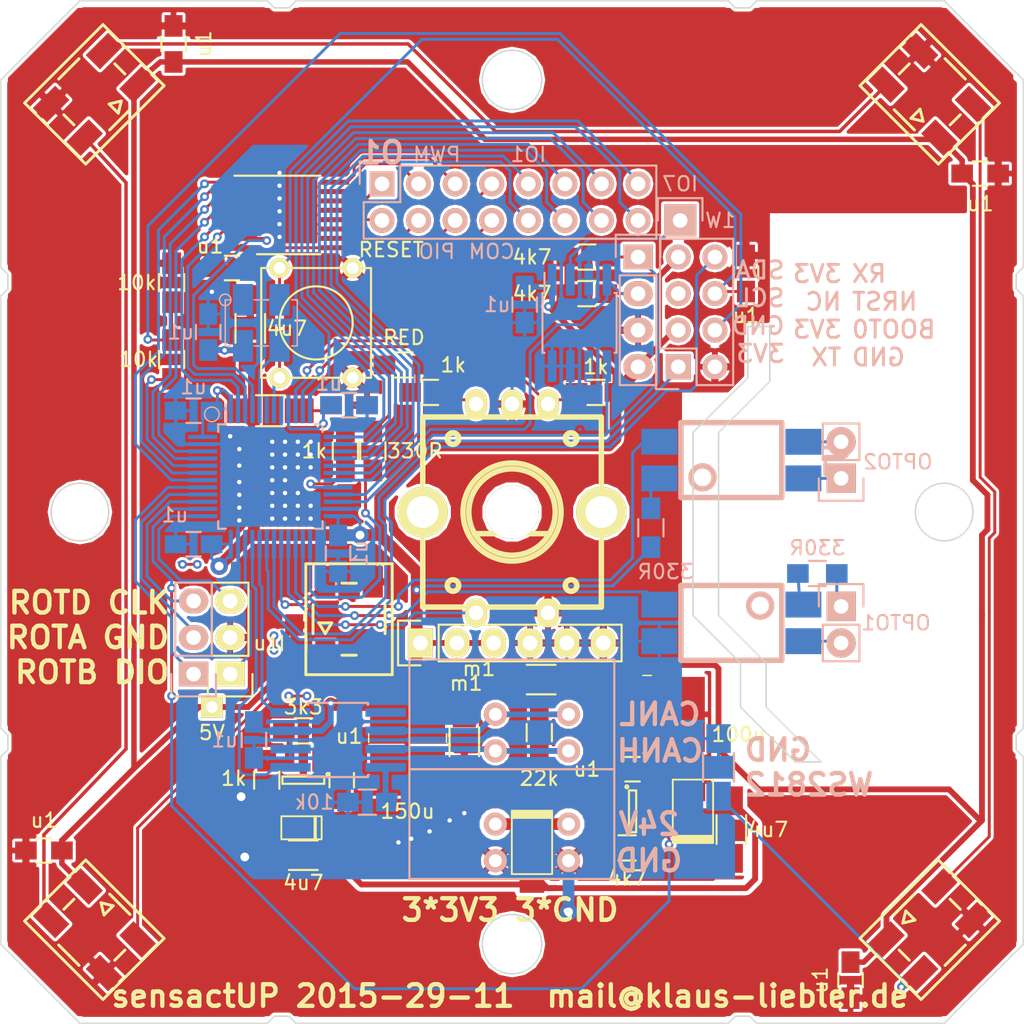
<source format=kicad_pcb>
(kicad_pcb (version 4) (host pcbnew 4.0.0-stable)
  (layers (0 F.Cu signal hide) (31 B.Cu signal hide) (34 B.Paste user) (35 F.Paste user) (36 B.SilkS user) (37 F.SilkS user) (38 B.Mask user hide) (39 F.Mask user hide) (44 Edge.Cuts user))
  (net 0 "")
  (net 1 GND)
  (net 2 +3V3)
  (net 3 +24V)
  (net 4 "Net-(C3-Pad2)")
  (net 5 +5V)
  (net 6 "Net-(D4-Pad2)")
  (net 7 "Net-(D5-Pad2)")
  (net 8 "Net-(D6-Pad2)")
  (net 9 "Net-(D7-Pad2)")
  (net 10 "Net-(R12-Pad2)")
  (net 11 /VDDA)
  (net 12 /BOOT0)
  (net 13 /ROTA)
  (net 14 /ROTB)
  (net 15 /PWM3)
  (net 16 /PWM0)
  (net 17 /CANRX)
  (net 18 /CANTX)
  (net 19 "Net-(OSC1-Pad3)")
  (net 20 /WS2812)
  (net 21 /BOOT0x)
  (net 22 /PWM4)
  (net 23 /PWM5)
  (net 24 /PWM6)
  (net 25 "Net-(C23-Pad1)")
  (net 26 /NRST)
  (net 27 /SDA)
  (net 28 /SCL)
  (net 29 "Net-(D10-Pad1)")
  (net 30 /IO1)
  (net 31 /IO3)
  (net 32 /IO4)
  (net 33 /IO5)
  (net 34 /IO6)
  (net 35 /IO7)
  (net 36 /CANL)
  (net 37 /CANH)
  (net 38 /TX)
  (net 39 /RX)
  (net 40 "Net-(C4-Pad2)")
  (net 41 "Net-(R4-Pad2)")
  (net 42 /SHDN)
  (net 43 "Net-(R2-Pad2)")
  (net 44 /SWCLK)
  (net 45 /SWDIO)
  (net 46 /IO8)
  (net 47 /24VX)
  (net 48 /SW3V)
  (net 49 /SW5V)
  (net 50 "Net-(R1-Pad2)")
  (net 51 "Net-(P17-Pad2)")
  (net 52 /OPTO2)
  (net 53 /OPTO1)
  (net 54 "Net-(P18-Pad2)")
  (net 55 "Net-(P17-Pad1)")
  (net 56 "Net-(P18-Pad1)")
  (net 57 "Net-(R7-Pad1)")
  (net 58 "Net-(D8-Pad2)")
  (net 59 /PWM1)
  (net 60 /PWM2)
  (net 61 /xROTA)
  (net 62 /xROTB)
  (net 63 /xROTD)
  (net 64 /IO2)
  (net 65 /ROTD)
  (net 66 /LED)
  (net 67 "Net-(O1-Pad1)")
  (net 68 "Net-(O1-Pad2)")
  (net 69 "Net-(O1-Pad3)")
  (net 70 "Net-(O1-Pad4)")
  (net 71 "Net-(O1-Pad5)")
  (net 72 "Net-(O1-Pad6)")
  (net 73 "Net-(O1-Pad7)")
  (net 74 "Net-(IO2-Pad1)")
  (net 75 "Net-(R9-Pad1)")
  (module Resistors_SMD:R_1206_HandSoldering (layer F.Cu) (at 133.223 92.964)
    (fp_text reference FB1 hide)
    (fp_text value FILTER hide)
    (pad 1 smd rect (at -2 0) (size 2 1.7) (layers F.Cu F.Paste F.Mask) (net 2 +3V3))
    (pad 2 smd rect (at 2 0) (size 2 1.7) (layers F.Cu F.Paste F.Mask) (net 11 /VDDA))
  )
  (module kl_footprints:LQFP-48_7x7mm_Pitch0.5mm_handsolder (layer B.Cu) (at 133.223 97.536 270)
    (fp_text reference U5 hide)
    (fp_text value STM32F103C8 hide)
    (pad 1 smd rect (at -4.7 2.75 270) (size 2 0.29) (layers B.Cu B.Paste B.Mask) (net 2 +3V3))
    (pad 13 smd rect (at -2.75 -4.7 180) (size 2 0.29) (layers B.Cu B.Paste B.Mask) (net 46 /IO8))
    (pad 25 smd rect (at 4.7 -2.75 270) (size 2 0.29) (layers B.Cu B.Paste B.Mask) (net 66 /LED))
    (pad 37 smd rect (at 2.75 4.7 180) (size 2 0.29) (layers B.Cu B.Paste B.Mask) (net 44 /SWCLK))
    (pad 2 smd rect (at -4.7 2.25 270) (size 2 0.29) (layers B.Cu B.Paste B.Mask) (net 22 /PWM4))
    (pad 3 smd rect (at -4.7 1.75 270) (size 2 0.29) (layers B.Cu B.Paste B.Mask) (net 23 /PWM5))
    (pad 4 smd rect (at -4.7 1.25 270) (size 2 0.29) (layers B.Cu B.Paste B.Mask) (net 24 /PWM6))
    (pad 5 smd rect (at -4.7 0.75 270) (size 2 0.29) (layers B.Cu B.Paste B.Mask) (net 19 "Net-(OSC1-Pad3)"))
    (pad 6 smd rect (at -4.7 0.25 270) (size 2 0.29) (layers B.Cu B.Paste B.Mask))
    (pad 7 smd rect (at -4.7 -0.25 270) (size 2 0.29) (layers B.Cu B.Paste B.Mask) (net 26 /NRST))
    (pad 8 smd rect (at -4.7 -0.75 270) (size 2 0.29) (layers B.Cu B.Paste B.Mask) (net 1 GND))
    (pad 9 smd rect (at -4.7 -1.25 270) (size 2 0.29) (layers B.Cu B.Paste B.Mask) (net 11 /VDDA))
    (pad 10 smd rect (at -4.7 -1.75 270) (size 2 0.29) (layers B.Cu B.Paste B.Mask) (net 13 /ROTA))
    (pad 11 smd rect (at -4.7 -2.25 270) (size 2 0.29) (layers B.Cu B.Paste B.Mask) (net 14 /ROTB))
    (pad 12 smd rect (at -4.7 -2.75 270) (size 2 0.29) (layers B.Cu B.Paste B.Mask) (net 35 /IO7))
    (pad 14 smd rect (at -2.25 -4.7 180) (size 2 0.29) (layers B.Cu B.Paste B.Mask) (net 33 /IO5))
    (pad 15 smd rect (at -1.75 -4.7 180) (size 2 0.29) (layers B.Cu B.Paste B.Mask) (net 34 /IO6))
    (pad 16 smd rect (at -1.25 -4.7 180) (size 2 0.29) (layers B.Cu B.Paste B.Mask) (net 31 /IO3))
    (pad 17 smd rect (at -0.75 -4.7 180) (size 2 0.29) (layers B.Cu B.Paste B.Mask) (net 32 /IO4))
    (pad 18 smd rect (at -0.25 -4.7 180) (size 2 0.29) (layers B.Cu B.Paste B.Mask) (net 30 /IO1))
    (pad 19 smd rect (at 0.25 -4.7 180) (size 2 0.29) (layers B.Cu B.Paste B.Mask) (net 64 /IO2))
    (pad 20 smd rect (at 0.75 -4.7 180) (size 2 0.29) (layers B.Cu B.Paste B.Mask) (net 75 "Net-(R9-Pad1)"))
    (pad 21 smd rect (at 1.25 -4.7 180) (size 2 0.29) (layers B.Cu B.Paste B.Mask) (net 28 /SCL))
    (pad 22 smd rect (at 1.75 -4.7 180) (size 2 0.29) (layers B.Cu B.Paste B.Mask) (net 27 /SDA))
    (pad 23 smd rect (at 2.25 -4.7 180) (size 2 0.29) (layers B.Cu B.Paste B.Mask) (net 1 GND))
    (pad 24 smd rect (at 2.75 -4.7 180) (size 2 0.29) (layers B.Cu B.Paste B.Mask) (net 2 +3V3))
    (pad 26 smd rect (at 4.7 -2.25 270) (size 2 0.29) (layers B.Cu B.Paste B.Mask) (net 52 /OPTO2))
    (pad 27 smd rect (at 4.7 -1.75 270) (size 2 0.29) (layers B.Cu B.Paste B.Mask) (net 53 /OPTO1))
    (pad 28 smd rect (at 4.7 -1.25 270) (size 2 0.29) (layers B.Cu B.Paste B.Mask) (net 65 /ROTD))
    (pad 29 smd rect (at 4.7 -0.75 270) (size 2 0.29) (layers B.Cu B.Paste B.Mask) (net 20 /WS2812))
    (pad 30 smd rect (at 4.7 -0.25 270) (size 2 0.29) (layers B.Cu B.Paste B.Mask) (net 38 /TX))
    (pad 31 smd rect (at 4.7 0.25 270) (size 2 0.29) (layers B.Cu B.Paste B.Mask) (net 39 /RX))
    (pad 32 smd rect (at 4.7 0.75 270) (size 2 0.29) (layers B.Cu B.Paste B.Mask) (net 17 /CANRX))
    (pad 33 smd rect (at 4.7 1.25 270) (size 2 0.29) (layers B.Cu B.Paste B.Mask) (net 18 /CANTX))
    (pad 34 smd rect (at 4.7 1.75 270) (size 2 0.29) (layers B.Cu B.Paste B.Mask) (net 45 /SWDIO))
    (pad 35 smd rect (at 4.7 2.25 270) (size 2 0.29) (layers B.Cu B.Paste B.Mask) (net 1 GND))
    (pad 36 smd rect (at 4.7 2.75 270) (size 2 0.29) (layers B.Cu B.Paste B.Mask) (net 2 +3V3))
    (pad 38 smd rect (at 2.25 4.7 180) (size 2 0.29) (layers B.Cu B.Paste B.Mask) (net 42 /SHDN))
    (pad 39 smd rect (at 1.75 4.7 180) (size 2 0.29) (layers B.Cu B.Paste B.Mask) (net 63 /xROTD))
    (pad 40 smd rect (at 1.25 4.7 180) (size 2 0.29) (layers B.Cu B.Paste B.Mask) (net 61 /xROTA))
    (pad 41 smd rect (at 0.75 4.7 180) (size 2 0.29) (layers B.Cu B.Paste B.Mask) (net 62 /xROTB))
    (pad 42 smd rect (at 0.25 4.7 180) (size 2 0.29) (layers B.Cu B.Paste B.Mask) (net 16 /PWM0))
    (pad 43 smd rect (at -0.25 4.7 180) (size 2 0.29) (layers B.Cu B.Paste B.Mask) (net 59 /PWM1))
    (pad 44 smd rect (at -0.75 4.7 180) (size 2 0.29) (layers B.Cu B.Paste B.Mask) (net 12 /BOOT0))
    (pad 45 smd rect (at -1.25 4.7 180) (size 2 0.29) (layers B.Cu B.Paste B.Mask) (net 60 /PWM2))
    (pad 46 smd rect (at -1.75 4.7 180) (size 2 0.29) (layers B.Cu B.Paste B.Mask) (net 15 /PWM3))
    (pad 47 smd rect (at -2.25 4.7 180) (size 2 0.29) (layers B.Cu B.Paste B.Mask) (net 1 GND))
    (pad 48 smd rect (at -2.75 4.7 180) (size 2 0.29) (layers B.Cu B.Paste B.Mask) (net 2 +3V3))
  )
  (module Pin_Headers:Pin_Header_Straight_1x03 (layer F.Cu) (at 130.429 111.252 180)
    (fp_text reference P1 hide)
    (fp_text value SWD hide)
    (pad 1 thru_hole rect (at 0 0 180) (size 2.032 1.7272) (drill 1.016) (layers *.Cu *.Mask F.SilkS) (net 45 /SWDIO))
    (pad 2 thru_hole oval (at 0 2.54 180) (size 2.032 1.7272) (drill 1.016) (layers *.Cu *.Mask F.SilkS) (net 1 GND))
    (pad 3 thru_hole oval (at 0 5.08 180) (size 2.032 1.7272) (drill 1.016) (layers *.Cu *.Mask F.SilkS) (net 44 /SWCLK))
  )
  (module Capacitors_SMD:C_0805_HandSoldering (layer B.Cu) (at 127.889 102.235 180)
    (fp_text reference C16 hide)
    (fp_text value u1 (at 1.29 2.032 180) (layer B.SilkS) (effects (justify mirror)))
    (pad 1 smd rect (at -1.25 0 180) (size 1.5 1.25) (layers B.Cu B.Paste B.Mask) (net 2 +3V3))
    (pad 2 smd rect (at 1.25 0 180) (size 1.5 1.25) (layers B.Cu B.Paste B.Mask) (net 1 GND))
  )
  (module Capacitors_SMD:C_0805_HandSoldering (layer B.Cu) (at 128.905 87.503 90)
    (fp_text reference C8 hide)
    (fp_text value u1 (at 0 -1.905 180) (layer B.SilkS) (effects (justify mirror)))
    (pad 1 smd rect (at -1.25 0 90) (size 1.5 1.25) (layers B.Cu B.Paste B.Mask) (net 2 +3V3))
    (pad 2 smd rect (at 1.25 0 90) (size 1.5 1.25) (layers B.Cu B.Paste B.Mask) (net 1 GND))
  )
  (module Capacitors_SMD:C_0805_HandSoldering (layer F.Cu) (at 166.243 83.439 270)
    (fp_text reference C9 hide)
    (fp_text value u1 (at 2.921 0 540) (layer F.SilkS))
    (pad 1 smd rect (at -1.25 0 270) (size 1.5 1.25) (layers F.Cu F.Paste F.Mask) (net 1 GND))
    (pad 2 smd rect (at 1.25 0 270) (size 1.5 1.25) (layers F.Cu F.Paste F.Mask) (net 26 /NRST))
  )
  (module Capacitors_SMD:C_0805_HandSoldering (layer F.Cu) (at 182.5 76.5)
    (fp_text reference C10 hide)
    (fp_text value u1 (at 0 2.1) (layer F.SilkS))
    (pad 1 smd rect (at -1.25 0) (size 1.5 1.25) (layers F.Cu F.Paste F.Mask) (net 5 +5V))
    (pad 2 smd rect (at 1.25 0) (size 1.5 1.25) (layers F.Cu F.Paste F.Mask) (net 1 GND))
  )
  (module Capacitors_SMD:C_0805_HandSoldering (layer F.Cu) (at 173.5 132.5 270)
    (fp_text reference C11 hide)
    (fp_text value u1 (at 0 2.1 270) (layer F.SilkS))
    (pad 1 smd rect (at -1.25 0 270) (size 1.5 1.25) (layers F.Cu F.Paste F.Mask) (net 5 +5V))
    (pad 2 smd rect (at 1.25 0 270) (size 1.5 1.25) (layers F.Cu F.Paste F.Mask) (net 1 GND))
  )
  (module Resistors_SMD:R_0805_HandSoldering (layer F.Cu) (at 126.365 84.074 90)
    (fp_text reference R5 hide)
    (fp_text value 10k (at 0 -2.413 180) (layer F.SilkS))
    (pad 1 smd rect (at -1.35 0 90) (size 1.5 1.3) (layers F.Cu F.Paste F.Mask) (net 21 /BOOT0x))
    (pad 2 smd rect (at 1.35 0 90) (size 1.5 1.3) (layers F.Cu F.Paste F.Mask) (net 1 GND))
  )
  (module Discret:SW_PUSH_SMALL (layer F.Cu) (at 136.398 86.868 270)
    (fp_text reference SW2 hide)
    (fp_text value RESET (at -5.08 -5.207 360) (layer F.SilkS))
    (pad 1 thru_hole circle (at 3.81 -2.54 270) (size 1.397 1.397) (drill 0.8128) (layers *.Cu *.Mask F.SilkS) (net 1 GND))
    (pad 2 thru_hole circle (at 3.81 2.54 270) (size 1.397 1.397) (drill 0.8128) (layers *.Cu *.Mask F.SilkS) (net 26 /NRST))
    (pad 1 thru_hole circle (at -3.81 -2.54 270) (size 1.397 1.397) (drill 0.8128) (layers *.Cu *.Mask F.SilkS) (net 1 GND))
    (pad 2 thru_hole circle (at -3.81 2.54 270) (size 1.397 1.397) (drill 0.8128) (layers *.Cu *.Mask F.SilkS) (net 26 /NRST))
  )
  (module Capacitors_SMD:C_0805_HandSoldering (layer B.Cu) (at 137.922 102.87 270)
    (fp_text reference C15 hide)
    (fp_text value u1 (at 0 -1.524 270) (layer B.SilkS) (effects (justify mirror)))
    (pad 1 smd rect (at -1.25 0 270) (size 1.5 1.25) (layers B.Cu B.Paste B.Mask) (net 2 +3V3))
    (pad 2 smd rect (at 1.25 0 270) (size 1.5 1.25) (layers B.Cu B.Paste B.Mask) (net 1 GND))
  )
  (module Capacitors_SMD:C_0805_HandSoldering (layer B.Cu) (at 127.889 92.964 180)
    (fp_text reference C17 hide)
    (fp_text value u1 (at 0 1.651 360) (layer B.SilkS) (effects (justify mirror)))
    (pad 1 smd rect (at -1.25 0 180) (size 1.5 1.25) (layers B.Cu B.Paste B.Mask) (net 2 +3V3))
    (pad 2 smd rect (at 1.25 0 180) (size 1.5 1.25) (layers B.Cu B.Paste B.Mask) (net 1 GND))
  )
  (module Capacitors_SMD:C_0805_HandSoldering (layer B.Cu) (at 138.684 92.583)
    (fp_text reference C20 hide)
    (fp_text value u1 (at -1.397 -1.524 180) (layer B.SilkS) (effects (justify mirror)))
    (pad 1 smd rect (at -1.25 0) (size 1.5 1.25) (layers B.Cu B.Paste B.Mask) (net 11 /VDDA))
    (pad 2 smd rect (at 1.25 0) (size 1.5 1.25) (layers B.Cu B.Paste B.Mask) (net 1 GND))
  )
  (module Capacitors_SMD:C_0805_HandSoldering (layer F.Cu) (at 138.684 92.583)
    (fp_text reference C21 hide)
    (fp_text value 1u (at -1.397 -1.524) (layer F.SilkS))
    (pad 1 smd rect (at -1.25 0) (size 1.5 1.25) (layers F.Cu F.Paste F.Mask) (net 11 /VDDA))
    (pad 2 smd rect (at 1.25 0) (size 1.5 1.25) (layers F.Cu F.Paste F.Mask) (net 1 GND))
  )
  (module Capacitors_SMD:C_0805_HandSoldering (layer B.Cu) (at 132.08 115.824 90)
    (fp_text reference C22 hide)
    (fp_text value u1 (at 0 -2.032 180) (layer B.SilkS) (effects (justify mirror)))
    (pad 1 smd rect (at -1.25 0 90) (size 1.5 1.25) (layers B.Cu B.Paste B.Mask) (net 1 GND))
    (pad 2 smd rect (at 1.25 0 90) (size 1.5 1.25) (layers B.Cu B.Paste B.Mask) (net 2 +3V3))
  )
  (module Capacitors_SMD:C_0805_HandSoldering (layer F.Cu) (at 130.556 83.058 180)
    (fp_text reference C23 hide)
    (fp_text value u1 (at 1.524 1.524 360) (layer F.SilkS))
    (pad 1 smd rect (at -1.25 0 180) (size 1.5 1.25) (layers F.Cu F.Paste F.Mask) (net 25 "Net-(C23-Pad1)"))
    (pad 2 smd rect (at 1.25 0 180) (size 1.5 1.25) (layers F.Cu F.Paste F.Mask) (net 1 GND))
  )
  (module Capacitors_SMD:C_1206_HandSoldering (layer F.Cu) (at 135.509 123.825 180)
    (fp_text reference C5 hide)
    (fp_text value 4u7 (at 0 -1.905 180) (layer F.SilkS))
    (pad 1 smd rect (at -2 0 180) (size 2 1.6) (layers F.Cu F.Paste F.Mask) (net 3 +24V))
    (pad 2 smd rect (at 2 0 180) (size 2 1.6) (layers F.Cu F.Paste F.Mask) (net 1 GND))
  )
  (module Capacitors_SMD:C_0805_HandSoldering (layer F.Cu) (at 126.5 67.5 90)
    (fp_text reference C12 hide)
    (fp_text value u1 (at 0 2.1 90) (layer F.SilkS))
    (pad 1 smd rect (at -1.25 0 90) (size 1.5 1.25) (layers F.Cu F.Paste F.Mask) (net 5 +5V))
    (pad 2 smd rect (at 1.25 0 90) (size 1.5 1.25) (layers F.Cu F.Paste F.Mask) (net 1 GND))
  )
  (module Capacitors_SMD:C_0805_HandSoldering (layer F.Cu) (at 134.874 109.093 90)
    (fp_text reference C13 hide)
    (fp_text value u1 (at 0 -1.905 360) (layer F.SilkS))
    (pad 1 smd rect (at -1.25 0 90) (size 1.5 1.25) (layers F.Cu F.Paste F.Mask) (net 5 +5V))
    (pad 2 smd rect (at 1.25 0 90) (size 1.5 1.25) (layers F.Cu F.Paste F.Mask) (net 1 GND))
  )
  (module Capacitors_SMD:C_0805_HandSoldering (layer F.Cu) (at 117.5 123.5 180)
    (fp_text reference C14 hide)
    (fp_text value u1 (at 0 2.1 180) (layer F.SilkS))
    (pad 1 smd rect (at -1.25 0 180) (size 1.5 1.25) (layers F.Cu F.Paste F.Mask) (net 5 +5V))
    (pad 2 smd rect (at 1.25 0 180) (size 1.5 1.25) (layers F.Cu F.Paste F.Mask) (net 1 GND))
  )
  (module kl_footprints:PLCC4-5050 (layer F.Cu) (at 138.684 107.442 180)
    (fp_text reference D4 hide)
    (fp_text value WS2812B hide)
    (pad 1 smd rect (at 1.65 -2.6 180) (size 1.4 2.2) (layers F.Cu F.Paste F.Mask) (net 5 +5V))
    (pad 2 smd rect (at -1.65 -2.6 180) (size 1.4 2.2) (layers F.Cu F.Paste F.Mask) (net 6 "Net-(D4-Pad2)"))
    (pad 3 smd rect (at -1.65 2.6 180) (size 1.4 2.2) (layers F.Cu F.Paste F.Mask) (net 1 GND))
    (pad 4 smd rect (at 1.65 2.6 180) (size 1.4 2.2) (layers F.Cu F.Paste F.Mask) (net 20 /WS2812))
  )
  (module kl_footprints:PLCC4-5050 (layer F.Cu) (at 121 129 45)
    (fp_text reference D5 hide)
    (fp_text value WS2812B hide)
    (pad 1 smd rect (at 1.65 -2.6 45) (size 1.4 2.2) (layers F.Cu F.Paste F.Mask) (net 5 +5V))
    (pad 2 smd rect (at -1.65 -2.6 45) (size 1.4 2.2) (layers F.Cu F.Paste F.Mask) (net 7 "Net-(D5-Pad2)"))
    (pad 3 smd rect (at -1.65 2.6 45) (size 1.4 2.2) (layers F.Cu F.Paste F.Mask) (net 1 GND))
    (pad 4 smd rect (at 1.65 2.6 45) (size 1.4 2.2) (layers F.Cu F.Paste F.Mask) (net 6 "Net-(D4-Pad2)"))
  )
  (module kl_footprints:PLCC4-5050 (layer F.Cu) (at 121 71 315)
    (fp_text reference D6 hide)
    (fp_text value WS2812B hide)
    (pad 1 smd rect (at 1.65 -2.6 315) (size 1.4 2.2) (layers F.Cu F.Paste F.Mask) (net 5 +5V))
    (pad 2 smd rect (at -1.65 -2.6 315) (size 1.4 2.2) (layers F.Cu F.Paste F.Mask) (net 8 "Net-(D6-Pad2)"))
    (pad 3 smd rect (at -1.65 2.6 315) (size 1.4 2.2) (layers F.Cu F.Paste F.Mask) (net 1 GND))
    (pad 4 smd rect (at 1.65 2.6 315) (size 1.4 2.2) (layers F.Cu F.Paste F.Mask) (net 7 "Net-(D5-Pad2)"))
  )
  (module kl_footprints:PLCC4-5050 (layer F.Cu) (at 179 71 225)
    (fp_text reference D7 hide)
    (fp_text value WS2812B hide)
    (pad 1 smd rect (at 1.65 -2.6 225) (size 1.4 2.2) (layers F.Cu F.Paste F.Mask) (net 5 +5V))
    (pad 2 smd rect (at -1.65 -2.6 225) (size 1.4 2.2) (layers F.Cu F.Paste F.Mask) (net 9 "Net-(D7-Pad2)"))
    (pad 3 smd rect (at -1.65 2.6 225) (size 1.4 2.2) (layers F.Cu F.Paste F.Mask) (net 1 GND))
    (pad 4 smd rect (at 1.65 2.6 225) (size 1.4 2.2) (layers F.Cu F.Paste F.Mask) (net 8 "Net-(D6-Pad2)"))
  )
  (module kl_footprints:PLCC4-5050 (layer F.Cu) (at 179 129 135)
    (fp_text reference D8 hide)
    (fp_text value WS2812B hide)
    (pad 1 smd rect (at 1.65 -2.6 135) (size 1.4 2.2) (layers F.Cu F.Paste F.Mask) (net 5 +5V))
    (pad 2 smd rect (at -1.65 -2.6 135) (size 1.4 2.2) (layers F.Cu F.Paste F.Mask) (net 58 "Net-(D8-Pad2)"))
    (pad 3 smd rect (at -1.65 2.6 135) (size 1.4 2.2) (layers F.Cu F.Paste F.Mask) (net 1 GND))
    (pad 4 smd rect (at 1.65 2.6 135) (size 1.4 2.2) (layers F.Cu F.Paste F.Mask) (net 9 "Net-(D7-Pad2)"))
  )
  (module Pin_Headers:Pin_Header_Straight_2x04 (layer B.Cu) (at 161.544 89.916)
    (fp_text reference P4 hide)
    (fp_text value ESP01 hide)
    (pad 1 thru_hole rect (at 0 0) (size 1.7272 1.7272) (drill 1.016) (layers *.Cu *.Mask B.SilkS) (net 38 /TX))
    (pad 2 thru_hole oval (at 2.54 0) (size 1.7272 1.7272) (drill 1.016) (layers *.Cu *.Mask B.SilkS) (net 1 GND))
    (pad 3 thru_hole oval (at 0 -2.54) (size 1.7272 1.7272) (drill 1.016) (layers *.Cu *.Mask B.SilkS) (net 2 +3V3))
    (pad 4 thru_hole oval (at 2.54 -2.54) (size 1.7272 1.7272) (drill 1.016) (layers *.Cu *.Mask B.SilkS) (net 21 /BOOT0x))
    (pad 5 thru_hole oval (at 0 -5.08) (size 1.7272 1.7272) (drill 1.016) (layers *.Cu *.Mask B.SilkS))
    (pad 6 thru_hole oval (at 2.54 -5.08) (size 1.7272 1.7272) (drill 1.016) (layers *.Cu *.Mask B.SilkS) (net 26 /NRST))
    (pad 7 thru_hole oval (at 0 -7.62) (size 1.7272 1.7272) (drill 1.016) (layers *.Cu *.Mask B.SilkS) (net 2 +3V3))
    (pad 8 thru_hole oval (at 2.54 -7.62) (size 1.7272 1.7272) (drill 1.016) (layers *.Cu *.Mask B.SilkS) (net 39 /RX))
  )
  (module Resistors_SMD:R_0805_HandSoldering (layer F.Cu) (at 126.365 89.408 90)
    (fp_text reference R10 hide)
    (fp_text value 10k (at 0 -2.286 180) (layer F.SilkS))
    (pad 1 smd rect (at -1.35 0 90) (size 1.5 1.3) (layers F.Cu F.Paste F.Mask) (net 12 /BOOT0))
    (pad 2 smd rect (at 1.35 0 90) (size 1.5 1.3) (layers F.Cu F.Paste F.Mask) (net 21 /BOOT0x))
  )
  (module Resistors_SMD:R_0805_HandSoldering (layer B.Cu) (at 139.954 120.142)
    (fp_text reference R12 hide)
    (fp_text value 10k (at -3.683 0) (layer B.SilkS) (effects (justify mirror)))
    (pad 1 smd rect (at -1.35 0) (size 1.5 1.3) (layers B.Cu B.Paste B.Mask) (net 1 GND))
    (pad 2 smd rect (at 1.35 0) (size 1.5 1.3) (layers B.Cu B.Paste B.Mask) (net 10 "Net-(R12-Pad2)"))
  )
  (module Resistors_SMD:R_0805_HandSoldering (layer F.Cu) (at 144.272 91.694)
    (fp_text reference R13 hide)
    (fp_text value 1k (at 1.651 -1.905 180) (layer F.SilkS))
    (pad 1 smd rect (at -1.35 0) (size 1.5 1.3) (layers F.Cu F.Paste F.Mask) (net 2 +3V3))
    (pad 2 smd rect (at 1.35 0) (size 1.5 1.3) (layers F.Cu F.Paste F.Mask) (net 14 /ROTB))
  )
  (module Resistors_SMD:R_0805_HandSoldering (layer F.Cu) (at 155.829 91.694 180)
    (fp_text reference R15 hide)
    (fp_text value 1k (at 0 1.778 180) (layer F.SilkS))
    (pad 1 smd rect (at -1.35 0 180) (size 1.5 1.3) (layers F.Cu F.Paste F.Mask) (net 2 +3V3))
    (pad 2 smd rect (at 1.35 0 180) (size 1.5 1.3) (layers F.Cu F.Paste F.Mask) (net 13 /ROTA))
  )
  (module kl_footprints:SOIC-8_3.9x4.9mm_Pitch1.27mm_handsolder (layer B.Cu) (at 137.922 115.824)
    (fp_text reference U9 hide)
    (fp_text value SN65HVD230 hide)
    (pad 1 smd rect (at -3.3 1.905) (size 2.8 0.6) (layers B.Cu B.Paste B.Mask) (net 18 /CANTX))
    (pad 2 smd rect (at -3.3 0.635) (size 2.8 0.6) (layers B.Cu B.Paste B.Mask) (net 1 GND))
    (pad 3 smd rect (at -3.3 -0.635) (size 2.8 0.6) (layers B.Cu B.Paste B.Mask) (net 2 +3V3))
    (pad 4 smd rect (at -3.3 -1.905) (size 2.8 0.6) (layers B.Cu B.Paste B.Mask) (net 17 /CANRX))
    (pad 5 smd rect (at 3.3 -1.905) (size 2.8 0.6) (layers B.Cu B.Paste B.Mask))
    (pad 6 smd rect (at 3.3 -0.635) (size 2.8 0.6) (layers B.Cu B.Paste B.Mask) (net 36 /CANL))
    (pad 7 smd rect (at 3.3 0.635) (size 2.8 0.6) (layers B.Cu B.Paste B.Mask) (net 37 /CANH))
    (pad 8 smd rect (at 3.3 1.905) (size 2.8 0.6) (layers B.Cu B.Paste B.Mask) (net 10 "Net-(R12-Pad2)"))
  )
  (module Capacitors_SMD:C_0805_HandSoldering (layer F.Cu) (at 138.176 118.618 90)
    (fp_text reference C3 hide)
    (fp_text value u1 (at 3.048 0.508 180) (layer F.SilkS))
    (pad 1 smd rect (at -1.25 0 90) (size 1.5 1.25) (layers F.Cu F.Paste F.Mask) (net 48 /SW3V))
    (pad 2 smd rect (at 1.25 0 90) (size 1.5 1.25) (layers F.Cu F.Paste F.Mask) (net 4 "Net-(C3-Pad2)"))
  )
  (module kl_footprints:KF141R-2p (layer B.Cu) (at 151.384 121.666 90)
    (fp_text reference P2 hide)
    (fp_text value PWR hide)
    (pad 1 thru_hole circle (at -2.54 2.54 90) (size 1.6 1.6) (drill 0.9) (layers *.Cu *.Mask B.SilkS) (net 1 GND))
    (pad 1 thru_hole circle (at -2.54 -2.54 90) (size 1.6 1.6) (drill 0.9) (layers *.Cu *.Mask B.SilkS) (net 1 GND))
    (pad 2 thru_hole circle (at 0 2.54 90) (size 1.6 1.6) (drill 0.9) (layers *.Cu *.Mask B.SilkS) (net 47 /24VX))
    (pad 2 thru_hole circle (at 0 -2.54 90) (size 1.6 1.6) (drill 0.9) (layers *.Cu *.Mask B.SilkS) (net 47 /24VX))
  )
  (module kl_footprints:KF141R-2p (layer B.Cu) (at 151.384 114.046 90)
    (fp_text reference P3 hide)
    (fp_text value CAN hide)
    (pad 1 thru_hole circle (at -2.54 2.54 90) (size 1.6 1.6) (drill 0.9) (layers *.Cu *.Mask B.SilkS) (net 37 /CANH))
    (pad 1 thru_hole circle (at -2.54 -2.54 90) (size 1.6 1.6) (drill 0.9) (layers *.Cu *.Mask B.SilkS) (net 37 /CANH))
    (pad 2 thru_hole circle (at 0 2.54 90) (size 1.6 1.6) (drill 0.9) (layers *.Cu *.Mask B.SilkS) (net 36 /CANL))
    (pad 2 thru_hole circle (at 0 -2.54 90) (size 1.6 1.6) (drill 0.9) (layers *.Cu *.Mask B.SilkS) (net 36 /CANL))
  )
  (module kl_footprints:Xo53050uita (layer B.Cu) (at 132.588 86.868)
    (fp_text reference OSC1 hide)
    (fp_text value Xo53050uita hide)
    (pad 4 smd rect (at -1.27 1.6) (size 1.4 2.2) (layers B.Cu B.Paste B.Mask) (net 2 +3V3))
    (pad 3 smd rect (at 1.27 1.6) (size 1.4 2.2) (layers B.Cu B.Paste B.Mask) (net 19 "Net-(OSC1-Pad3)"))
    (pad 1 smd rect (at -1.27 -1.6) (size 1.4 2.2) (layers B.Cu B.Paste B.Mask))
    (pad 2 smd rect (at 1.27 -1.6) (size 1.4 2.2) (layers B.Cu B.Paste B.Mask) (net 1 GND))
  )
  (module Pin_Headers:Pin_Header_Straight_1x04 (layer B.Cu) (at 158.75 82.296 180)
    (fp_text reference P11 hide)
    (fp_text value I2C hide)
    (pad 1 thru_hole rect (at 0 0 180) (size 2.032 1.7272) (drill 1.016) (layers *.Cu *.Mask B.SilkS) (net 27 /SDA))
    (pad 2 thru_hole oval (at 0 -2.54 180) (size 2.032 1.7272) (drill 1.016) (layers *.Cu *.Mask B.SilkS) (net 28 /SCL))
    (pad 3 thru_hole oval (at 0 -5.08 180) (size 2.032 1.7272) (drill 1.016) (layers *.Cu *.Mask B.SilkS) (net 1 GND))
    (pad 4 thru_hole oval (at 0 -7.62 180) (size 2.032 1.7272) (drill 1.016) (layers *.Cu *.Mask B.SilkS) (net 2 +3V3))
  )
  (module Resistors_SMD:R_0805_HandSoldering (layer F.Cu) (at 155.194 82.296)
    (fp_text reference R14 hide)
    (fp_text value 4k7 (at -3.81 0) (layer F.SilkS))
    (pad 1 smd rect (at -1.35 0) (size 1.5 1.3) (layers F.Cu F.Paste F.Mask) (net 2 +3V3))
    (pad 2 smd rect (at 1.35 0) (size 1.5 1.3) (layers F.Cu F.Paste F.Mask) (net 27 /SDA))
  )
  (module Resistors_SMD:R_0805_HandSoldering (layer F.Cu) (at 142.494 89.789)
    (fp_text reference D10 hide)
    (fp_text value RED (at 0 -1.905 180) (layer F.SilkS))
    (pad 1 smd rect (at -1.35 0) (size 1.5 1.3) (layers F.Cu F.Paste F.Mask) (net 29 "Net-(D10-Pad1)"))
    (pad 2 smd rect (at 1.35 0) (size 1.5 1.3) (layers F.Cu F.Paste F.Mask) (net 2 +3V3))
  )
  (module Resistors_SMD:R_0805_HandSoldering (layer F.Cu) (at 140.335 95.758 270)
    (fp_text reference R18 hide)
    (fp_text value 330R (at 0 -2.921 360) (layer F.SilkS))
    (pad 1 smd rect (at -1.35 0 270) (size 1.5 1.3) (layers F.Cu F.Paste F.Mask) (net 29 "Net-(D10-Pad1)"))
    (pad 2 smd rect (at 1.35 0 270) (size 1.5 1.3) (layers F.Cu F.Paste F.Mask) (net 66 /LED))
  )
  (module Capacitors_SMD:C_1206_HandSoldering (layer F.Cu) (at 146.685 115.951 270)
    (fp_text reference C1 hide)
    (fp_text value m1 (at -4.064 -0.127 360) (layer F.SilkS))
    (pad 1 smd rect (at -2 0 270) (size 2 1.6) (layers F.Cu F.Paste F.Mask) (net 2 +3V3))
    (pad 2 smd rect (at 2 0 270) (size 2 1.6) (layers F.Cu F.Paste F.Mask) (net 1 GND))
  )
  (module Capacitors_SMD:C_1206_HandSoldering (layer F.Cu) (at 131.826 87.249 90)
    (fp_text reference C19 hide)
    (fp_text value 4u7 (at 0 2.54 180) (layer F.SilkS))
    (pad 1 smd rect (at -2 0 90) (size 2 1.6) (layers F.Cu F.Paste F.Mask) (net 2 +3V3))
    (pad 2 smd rect (at 2 0 90) (size 2 1.6) (layers F.Cu F.Paste F.Mask) (net 1 GND))
  )
  (module kl_footprints:sod123_handsolder (layer F.Cu) (at 135.382 121.92)
    (fp_text reference D2 hide)
    (fp_text value MBR0540 hide)
    (pad 1 smd rect (at 2.17386 0) (size 1.8509 0.8509) (layers F.Cu F.Paste F.Mask) (net 48 /SW3V))
    (pad 2 smd rect (at -2.17386 0) (size 1.8509 0.8509) (layers F.Cu F.Paste F.Mask) (net 1 GND))
  )
  (module Resistors_SMD:R_0805_HandSoldering (layer F.Cu) (at 151.892 115.316 270)
    (fp_text reference R2 hide)
    (fp_text value 22k (at 3.175 0 540) (layer F.SilkS))
    (pad 1 smd rect (at -1.35 0 270) (size 1.5 1.3) (layers F.Cu F.Paste F.Mask) (net 5 +5V))
    (pad 2 smd rect (at 1.35 0 270) (size 1.5 1.3) (layers F.Cu F.Paste F.Mask) (net 43 "Net-(R2-Pad2)"))
  )
  (module Resistors_SMD:R_0805_HandSoldering (layer F.Cu) (at 157.988 123.317)
    (fp_text reference R3 hide)
    (fp_text value 4k7 (at 0 2.1) (layer F.SilkS))
    (pad 1 smd rect (at -1.35 0) (size 1.5 1.3) (layers F.Cu F.Paste F.Mask) (net 43 "Net-(R2-Pad2)"))
    (pad 2 smd rect (at 1.35 0) (size 1.5 1.3) (layers F.Cu F.Paste F.Mask) (net 1 GND))
  )
  (module Resistors_SMD:R_0805_HandSoldering (layer F.Cu) (at 135.509 115.189 180)
    (fp_text reference R4 hide)
    (fp_text value 3k3 (at 0 1.651 180) (layer F.SilkS))
    (pad 1 smd rect (at -1.35 0 180) (size 1.5 1.3) (layers F.Cu F.Paste F.Mask) (net 2 +3V3))
    (pad 2 smd rect (at 1.35 0 180) (size 1.5 1.3) (layers F.Cu F.Paste F.Mask) (net 41 "Net-(R4-Pad2)"))
  )
  (module Resistors_SMD:R_0805_HandSoldering (layer F.Cu) (at 132.969 118.618 270)
    (fp_text reference R6 hide)
    (fp_text value 1k (at -0.127 2.286 360) (layer F.SilkS))
    (pad 1 smd rect (at -1.35 0 270) (size 1.5 1.3) (layers F.Cu F.Paste F.Mask) (net 41 "Net-(R4-Pad2)"))
    (pad 2 smd rect (at 1.35 0 270) (size 1.5 1.3) (layers F.Cu F.Paste F.Mask) (net 1 GND))
  )
  (module kl_footprints:SOT-23-6_handsolder (layer F.Cu) (at 158.369 120.777)
    (fp_text reference U1 hide)
    (fp_text value LMR14006 hide)
    (pad 1 smd rect (at -1.6 -0.95) (size 2 0.65) (layers F.Cu F.Paste F.Mask) (net 40 "Net-(C4-Pad2)"))
    (pad 2 smd rect (at -1.6 0) (size 2 0.65) (layers F.Cu F.Paste F.Mask) (net 1 GND))
    (pad 3 smd rect (at -1.6 0.95) (size 2 0.65) (layers F.Cu F.Paste F.Mask) (net 43 "Net-(R2-Pad2)"))
    (pad 4 smd rect (at 1.6 0.95) (size 2 0.65) (layers F.Cu F.Paste F.Mask) (net 42 /SHDN))
    (pad 6 smd rect (at 1.6 -0.95) (size 2 0.65) (layers F.Cu F.Paste F.Mask) (net 49 /SW5V))
    (pad 5 smd rect (at 1.6 0) (size 2 0.65) (layers F.Cu F.Paste F.Mask) (net 3 +24V))
  )
  (module Capacitors_SMD:C_1206_HandSoldering (layer F.Cu) (at 165.227 122.047 270)
    (fp_text reference C2 hide)
    (fp_text value 4u7 (at 0 -2.54 540) (layer F.SilkS))
    (pad 1 smd rect (at -2 0 270) (size 2 1.6) (layers F.Cu F.Paste F.Mask) (net 3 +24V))
    (pad 2 smd rect (at 2 0 270) (size 2 1.6) (layers F.Cu F.Paste F.Mask) (net 1 GND))
  )
  (module Capacitors_SMD:C_1206_HandSoldering (layer F.Cu) (at 152.019 111.633 180)
    (fp_text reference C6 hide)
    (fp_text value m1 (at 4.318 0.762 360) (layer F.SilkS))
    (pad 1 smd rect (at -2 0 180) (size 2 1.6) (layers F.Cu F.Paste F.Mask) (net 5 +5V))
    (pad 2 smd rect (at 2 0 180) (size 2 1.6) (layers F.Cu F.Paste F.Mask) (net 1 GND))
  )
  (module kl_footprints:do214ac_handsolder (layer F.Cu) (at 162.56 120.777 270)
    (fp_text reference D1 hide)
    (fp_text value MBR0540 hide)
    (pad 2 smd rect (at 2.1 0 270) (size 2.8 1.69926) (layers F.Cu F.Paste F.Mask) (net 1 GND))
    (pad 1 smd rect (at -2.1 0 270) (size 2.8 1.69926) (layers F.Cu F.Paste F.Mask) (net 49 /SW5V))
  )
  (module Capacitors_SMD:C_0805_HandSoldering (layer F.Cu) (at 158.369 117.856 180)
    (fp_text reference C4 hide)
    (fp_text value u1 (at 3.175 0 180) (layer F.SilkS))
    (pad 1 smd rect (at -1.25 0 180) (size 1.5 1.25) (layers F.Cu F.Paste F.Mask) (net 49 /SW5V))
    (pad 2 smd rect (at 1.25 0 180) (size 1.5 1.25) (layers F.Cu F.Paste F.Mask) (net 40 "Net-(C4-Pad2)"))
  )
  (module kl_footprints:do214ac_handsolder (layer F.Cu) (at 151.384 122.936 90)
    (fp_text reference D3 hide)
    (fp_text value MBR0540 hide)
    (pad 2 smd rect (at 2.1 0 90) (size 2.8 1.69926) (layers F.Cu F.Paste F.Mask) (net 47 /24VX))
    (pad 1 smd rect (at -2.1 0 90) (size 2.8 1.69926) (layers F.Cu F.Paste F.Mask) (net 3 +24V))
  )
  (module Measurement_Points:Measurement_Point_Square-TH_Small (layer F.Cu) (at 129.159 113.538)
    (fp_text reference P16 hide)
    (fp_text value 5V (at 0 1.778) (layer F.SilkS))
    (pad 1 thru_hole rect (at 0 0) (size 1.50114 1.50114) (drill 0.8001) (layers *.Cu *.Mask F.SilkS) (net 5 +5V))
  )
  (module kl_footprints:SOT-23-6_handsolder (layer F.Cu) (at 135.509 118.618 270)
    (fp_text reference U2 hide)
    (fp_text value LMR14006 hide)
    (pad 1 smd rect (at -1.35 -0.95 270) (size 1.5 0.65) (layers F.Cu F.Paste F.Mask) (net 4 "Net-(C3-Pad2)"))
    (pad 2 smd rect (at -1.35 0 270) (size 1.5 0.65) (layers F.Cu F.Paste F.Mask) (net 1 GND))
    (pad 3 smd rect (at -1.35 0.95 270) (size 1.5 0.65) (layers F.Cu F.Paste F.Mask) (net 41 "Net-(R4-Pad2)"))
    (pad 4 smd rect (at 1.35 0.95 270) (size 1.5 0.65) (layers F.Cu F.Paste F.Mask))
    (pad 6 smd rect (at 1.35 -0.95 270) (size 1.5 0.65) (layers F.Cu F.Paste F.Mask) (net 48 /SW3V))
    (pad 5 smd rect (at 1.35 0 270) (size 1.5 0.65) (layers F.Cu F.Paste F.Mask) (net 3 +24V))
  )
  (module kl_footprints:SRR4028 (layer F.Cu) (at 142.748 115.697 90)
    (fp_text reference L1 hide)
    (fp_text value 150u (at -5.08 0 180) (layer F.SilkS))
    (pad 2 smd rect (at 2.3 0 90) (size 3.4 5.2) (layers F.Cu F.Paste F.Mask) (net 2 +3V3))
    (pad 1 smd rect (at -2.3 0 90) (size 3.4 5.2) (layers F.Cu F.Paste F.Mask) (net 48 /SW3V))
  )
  (module kl_footprints:SRR4028 (layer F.Cu) (at 159.385 114.046 180)
    (fp_text reference L2 hide)
    (fp_text value 100u (at -6.35 -1.397 180) (layer F.SilkS))
    (pad 2 smd rect (at 2.3 0 180) (size 3.4 5.2) (layers F.Cu F.Paste F.Mask) (net 5 +5V))
    (pad 1 smd rect (at -2.3 0 180) (size 3.4 5.2) (layers F.Cu F.Paste F.Mask) (net 49 /SW5V))
  )
  (module kl_footprints:mdip_4_handsolder (layer B.Cu) (at 165.227 107.696 270)
    (fp_text reference U4 hide)
    (fp_text value LTV-817 hide)
    (pad 1 smd rect (at -1.27 -5 270) (size 1.8 2.5) (layers B.Cu B.Paste B.Mask) (net 50 "Net-(R1-Pad2)"))
    (pad 2 smd rect (at 1.27 -5 270) (size 1.8 2.5) (layers B.Cu B.Paste B.Mask) (net 51 "Net-(P17-Pad2)"))
    (pad 3 smd rect (at 1.27 5 270) (size 1.8 2.5) (layers B.Cu B.Paste B.Mask) (net 1 GND))
    (pad 4 smd rect (at -1.27 5 270) (size 1.8 2.5) (layers B.Cu B.Paste B.Mask) (net 53 /OPTO1))
  )
  (module Resistors_SMD:R_0805_HandSoldering (layer B.Cu) (at 171.196 104.267 180)
    (fp_text reference R1 hide)
    (fp_text value 330R (at 0 1.778 180) (layer B.SilkS) (effects (justify mirror)))
    (pad 1 smd rect (at -1.35 0 180) (size 1.5 1.3) (layers B.Cu B.Paste B.Mask) (net 55 "Net-(P17-Pad1)"))
    (pad 2 smd rect (at 1.35 0 180) (size 1.5 1.3) (layers B.Cu B.Paste B.Mask) (net 50 "Net-(R1-Pad2)"))
  )
  (module Resistors_SMD:R_0805_HandSoldering (layer B.Cu) (at 159.639 101.092 270)
    (fp_text reference R7 hide)
    (fp_text value 330R (at 3.048 -1.016 360) (layer B.SilkS) (effects (justify mirror)))
    (pad 1 smd rect (at -1.35 0 270) (size 1.5 1.3) (layers B.Cu B.Paste B.Mask) (net 57 "Net-(R7-Pad1)"))
    (pad 2 smd rect (at 1.35 0 270) (size 1.5 1.3) (layers B.Cu B.Paste B.Mask) (net 2 +3V3))
  )
  (module Pin_Headers:Pin_Header_Straight_1x02 (layer B.Cu) (at 172.847 106.553 180)
    (fp_text reference P17 hide)
    (fp_text value OPTO1 (at -3.81 -1.143 180) (layer B.SilkS) (effects (justify mirror)))
    (pad 1 thru_hole rect (at 0 0 180) (size 2.032 2.032) (drill 1.016) (layers *.Cu *.Mask B.SilkS) (net 55 "Net-(P17-Pad1)"))
    (pad 2 thru_hole oval (at 0 -2.54 180) (size 2.032 2.032) (drill 1.016) (layers *.Cu *.Mask B.SilkS) (net 51 "Net-(P17-Pad2)"))
  )
  (module Pin_Headers:Pin_Header_Straight_1x02 (layer B.Cu) (at 172.847 97.663)
    (fp_text reference P18 hide)
    (fp_text value OPTO2 (at 3.937 -1.143) (layer B.SilkS) (effects (justify mirror)))
    (pad 1 thru_hole rect (at 0 0) (size 2.032 2.032) (drill 1.016) (layers *.Cu *.Mask B.SilkS) (net 56 "Net-(P18-Pad1)"))
    (pad 2 thru_hole oval (at 0 -2.54) (size 2.032 2.032) (drill 1.016) (layers *.Cu *.Mask B.SilkS) (net 54 "Net-(P18-Pad2)"))
  )
  (module Resistors_SMD:R_0805_HandSoldering (layer F.Cu) (at 155.194 84.836)
    (fp_text reference R8 hide)
    (fp_text value 4k7 (at -3.81 0) (layer F.SilkS))
    (pad 1 smd rect (at -1.35 0) (size 1.5 1.3) (layers F.Cu F.Paste F.Mask) (net 2 +3V3))
    (pad 2 smd rect (at 1.35 0) (size 1.5 1.3) (layers F.Cu F.Paste F.Mask) (net 28 /SCL))
  )
  (module Pin_Headers:Pin_Header_Straight_1x03 (layer B.Cu) (at 127.889 111.252)
    (fp_text reference P19 hide)
    (fp_text value ROT2 hide)
    (pad 1 thru_hole rect (at 0 0) (size 2.032 1.7272) (drill 1.016) (layers *.Cu *.Mask B.SilkS) (net 62 /xROTB))
    (pad 2 thru_hole oval (at 0 -2.54) (size 2.032 1.7272) (drill 1.016) (layers *.Cu *.Mask B.SilkS) (net 61 /xROTA))
    (pad 3 thru_hole oval (at 0 -5.08) (size 2.032 1.7272) (drill 1.016) (layers *.Cu *.Mask B.SilkS) (net 63 /xROTD))
  )
  (module Resistors_SMD:R_1206_HandSoldering (layer B.Cu) (at 164.338 117.729 90)
    (fp_text reference P20 hide)
    (fp_text value WS2812 hide)
    (pad 1 smd rect (at -2 0 90) (size 2 1.7) (layers B.Cu B.Paste B.Mask) (net 58 "Net-(D8-Pad2)"))
    (pad 2 smd rect (at 2 0 90) (size 2 1.7) (layers B.Cu B.Paste B.Mask) (net 1 GND))
  )
  (module w_misc_comp:encoder_alps-ec12d (layer F.Cu) (at 150 100 180)
    (fp_text reference E1 hide)
    (fp_text value Encoder_switch hide)
    (pad 1 thru_hole oval (at -2.49936 7.50062 180) (size 1.50114 1.99898) (drill 1.00076) (layers *.Cu *.Mask F.SilkS) (net 13 /ROTA))
    (pad 2 thru_hole oval (at 0 7.50062 180) (size 1.50114 1.99898) (drill 1.00076) (layers *.Cu *.Mask F.SilkS) (net 1 GND))
    (pad 3 thru_hole oval (at 2.49936 7.50062 180) (size 1.50114 1.99898) (drill 1.00076) (layers *.Cu *.Mask F.SilkS) (net 14 /ROTB))
    (pad "" thru_hole circle (at -6.20014 0 180) (size 3.50012 3.50012) (drill 2.19964) (layers *.Cu *.Mask F.SilkS))
    (pad "" thru_hole circle (at 6.20014 0 180) (size 3.50012 3.50012) (drill 2.19964) (layers *.Cu *.Mask F.SilkS))
    (pad 5 thru_hole oval (at -2.49936 -7.00024 180) (size 1.50114 1.99898) (drill 1.00076) (layers *.Cu *.Mask F.SilkS) (net 1 GND))
    (pad 4 thru_hole oval (at 2.49936 -7.00024 180) (size 1.50114 1.99898) (drill 1.00076) (layers *.Cu *.Mask F.SilkS) (net 65 /ROTD))
  )
  (module kl_footprints:TSSOP-16_4.4x5mm_Pitch0.65mm_handsolder (layer F.Cu) (at 134.493 79.375)
    (fp_text reference U8 hide)
    (fp_text value TPL7407L hide)
    (pad 1 smd rect (at -3.2 -2.275) (size 2 0.35) (layers F.Cu F.Paste F.Mask) (net 16 /PWM0))
    (pad 2 smd rect (at -3.2 -1.625) (size 2 0.35) (layers F.Cu F.Paste F.Mask) (net 59 /PWM1))
    (pad 3 smd rect (at -3.2 -0.975) (size 2 0.35) (layers F.Cu F.Paste F.Mask) (net 60 /PWM2))
    (pad 4 smd rect (at -3.2 -0.325) (size 2 0.35) (layers F.Cu F.Paste F.Mask) (net 15 /PWM3))
    (pad 5 smd rect (at -3.2 0.325) (size 2 0.35) (layers F.Cu F.Paste F.Mask) (net 22 /PWM4))
    (pad 6 smd rect (at -3.2 0.975) (size 2 0.35) (layers F.Cu F.Paste F.Mask) (net 23 /PWM5))
    (pad 7 smd rect (at -3.2 1.625) (size 2 0.35) (layers F.Cu F.Paste F.Mask) (net 24 /PWM6))
    (pad 8 smd rect (at -3.2 2.275) (size 2 0.35) (layers F.Cu F.Paste F.Mask) (net 1 GND))
    (pad 9 smd rect (at 3.2 2.275) (size 2 0.35) (layers F.Cu F.Paste F.Mask) (net 25 "Net-(C23-Pad1)"))
    (pad 10 smd rect (at 3.2 1.625) (size 2 0.35) (layers F.Cu F.Paste F.Mask) (net 72 "Net-(O1-Pad6)"))
    (pad 11 smd rect (at 3.2 0.975) (size 2 0.35) (layers F.Cu F.Paste F.Mask) (net 70 "Net-(O1-Pad4)"))
    (pad 12 smd rect (at 3.2 0.325) (size 2 0.35) (layers F.Cu F.Paste F.Mask) (net 68 "Net-(O1-Pad2)"))
    (pad 13 smd rect (at 3.2 -0.325) (size 2 0.35) (layers F.Cu F.Paste F.Mask) (net 73 "Net-(O1-Pad7)"))
    (pad 14 smd rect (at 3.2 -0.975) (size 2 0.35) (layers F.Cu F.Paste F.Mask) (net 67 "Net-(O1-Pad1)"))
    (pad 15 smd rect (at 3.2 -1.625) (size 2 0.35) (layers F.Cu F.Paste F.Mask) (net 69 "Net-(O1-Pad3)"))
    (pad 16 smd rect (at 3.2 -2.275) (size 2 0.35) (layers F.Cu F.Paste F.Mask) (net 71 "Net-(O1-Pad5)"))
  )
  (module Mounting_Holes:MountingHole_3-7mm (layer F.Cu) (at 150 100)
    (fp_text reference M5 hide)
    (fp_text value CENTRAL_HOLE hide)
    (pad 1 thru_hole circle (at 0 0) (size 3.7 3.7) (drill 3.7) (layers))
  )
  (module Pin_Headers:Pin_Header_Straight_2x08 (layer B.Cu) (at 140.97 77.216 270)
    (fp_text reference O1 (at -2.159 0 360) (layer B.SilkS) (effects (font (size 1.5 1.5) (thickness 0.3)) (justify mirror)))
    (fp_text value IO hide)
    (pad 1 thru_hole rect (at 0 0 270) (size 1.7272 1.7272) (drill 1.016) (layers *.Cu *.Mask B.SilkS) (net 67 "Net-(O1-Pad1)"))
    (pad 2 thru_hole oval (at 2.54 0 270) (size 1.7272 1.7272) (drill 1.016) (layers *.Cu *.Mask B.SilkS) (net 68 "Net-(O1-Pad2)"))
    (pad 3 thru_hole oval (at 0 -2.54 270) (size 1.7272 1.7272) (drill 1.016) (layers *.Cu *.Mask B.SilkS) (net 69 "Net-(O1-Pad3)"))
    (pad 4 thru_hole oval (at 2.54 -2.54 270) (size 1.7272 1.7272) (drill 1.016) (layers *.Cu *.Mask B.SilkS) (net 70 "Net-(O1-Pad4)"))
    (pad 5 thru_hole oval (at 0 -5.08 270) (size 1.7272 1.7272) (drill 1.016) (layers *.Cu *.Mask B.SilkS) (net 71 "Net-(O1-Pad5)"))
    (pad 6 thru_hole oval (at 2.54 -5.08 270) (size 1.7272 1.7272) (drill 1.016) (layers *.Cu *.Mask B.SilkS) (net 72 "Net-(O1-Pad6)"))
    (pad 7 thru_hole oval (at 0 -7.62 270) (size 1.7272 1.7272) (drill 1.016) (layers *.Cu *.Mask B.SilkS) (net 73 "Net-(O1-Pad7)"))
    (pad 8 thru_hole oval (at 2.54 -7.62 270) (size 1.7272 1.7272) (drill 1.016) (layers *.Cu *.Mask B.SilkS) (net 25 "Net-(C23-Pad1)"))
    (pad 9 thru_hole oval (at 0 -10.16 270) (size 1.7272 1.7272) (drill 1.016) (layers *.Cu *.Mask B.SilkS) (net 30 /IO1))
    (pad 10 thru_hole oval (at 2.54 -10.16 270) (size 1.7272 1.7272) (drill 1.016) (layers *.Cu *.Mask B.SilkS) (net 64 /IO2))
    (pad 11 thru_hole oval (at 0 -12.7 270) (size 1.7272 1.7272) (drill 1.016) (layers *.Cu *.Mask B.SilkS) (net 31 /IO3))
    (pad 12 thru_hole oval (at 2.54 -12.7 270) (size 1.7272 1.7272) (drill 1.016) (layers *.Cu *.Mask B.SilkS) (net 32 /IO4))
    (pad 13 thru_hole oval (at 0 -15.24 270) (size 1.7272 1.7272) (drill 1.016) (layers *.Cu *.Mask B.SilkS) (net 33 /IO5))
    (pad 14 thru_hole oval (at 2.54 -15.24 270) (size 1.7272 1.7272) (drill 1.016) (layers *.Cu *.Mask B.SilkS) (net 34 /IO6))
    (pad 15 thru_hole oval (at 0 -17.78 270) (size 1.7272 1.7272) (drill 1.016) (layers *.Cu *.Mask B.SilkS) (net 35 /IO7))
    (pad 16 thru_hole oval (at 2.54 -17.78 270) (size 1.7272 1.7272) (drill 1.016) (layers *.Cu *.Mask B.SilkS) (net 46 /IO8))
  )
  (module Pin_Headers:Pin_Header_Straight_1x01 (layer B.Cu) (at 161.671 79.756 180)
    (fp_text reference IO2 hide)
    (fp_text value 1W (at -2.794 0 180) (layer B.SilkS) (effects (justify mirror)))
    (pad 1 thru_hole rect (at 0 0 180) (size 2.2352 2.2352) (drill 1.016) (layers *.Cu *.Mask B.SilkS) (net 74 "Net-(IO2-Pad1)"))
  )
  (module kl_footprints:SOIC-8_3.9x4.9mm_Pitch1.27mm_handsolder (layer B.Cu) (at 154.686 86.868 270)
    (fp_text reference U3 hide)
    (fp_text value DS2482 hide)
    (pad 1 smd rect (at -3 1.905 270) (size 2.2 0.6) (layers B.Cu B.Paste B.Mask) (net 2 +3V3))
    (pad 2 smd rect (at -3 0.635 270) (size 2.2 0.6) (layers B.Cu B.Paste B.Mask) (net 74 "Net-(IO2-Pad1)"))
    (pad 3 smd rect (at -3 -0.635 270) (size 2.2 0.6) (layers B.Cu B.Paste B.Mask) (net 1 GND))
    (pad 4 smd rect (at -3 -1.905 270) (size 2.2 0.6) (layers B.Cu B.Paste B.Mask) (net 28 /SCL))
    (pad 5 smd rect (at 3 -1.905 270) (size 2.2 0.6) (layers B.Cu B.Paste B.Mask) (net 27 /SDA))
    (pad 6 smd rect (at 3 -0.635 270) (size 2.2 0.6) (layers B.Cu B.Paste B.Mask))
    (pad 7 smd rect (at 3 0.635 270) (size 2.2 0.6) (layers B.Cu B.Paste B.Mask) (net 1 GND))
    (pad 8 smd rect (at 3 1.905 270) (size 2.2 0.6) (layers B.Cu B.Paste B.Mask) (net 1 GND))
  )
  (module Capacitors_SMD:C_0805_HandSoldering (layer B.Cu) (at 150.876 85.598 90)
    (fp_text reference C7 hide)
    (fp_text value u1 (at 0 -1.905 180) (layer B.SilkS) (effects (justify mirror)))
    (pad 1 smd rect (at -1.25 0 90) (size 1.5 1.25) (layers B.Cu B.Paste B.Mask) (net 1 GND))
    (pad 2 smd rect (at 1.25 0 90) (size 1.5 1.25) (layers B.Cu B.Paste B.Mask) (net 2 +3V3))
  )
  (module Pin_Headers:Pin_Header_Straight_1x06 (layer F.Cu) (at 143.637 109.093 90)
    (fp_text reference P5 hide)
    (fp_text value PWR hide)
    (pad 1 thru_hole rect (at 0 0 90) (size 2.032 1.7272) (drill 1.016) (layers *.Cu *.Mask F.SilkS) (net 2 +3V3))
    (pad 2 thru_hole oval (at 0 2.54 90) (size 2.032 1.7272) (drill 1.016) (layers *.Cu *.Mask F.SilkS) (net 2 +3V3))
    (pad 3 thru_hole oval (at 0 5.08 90) (size 2.032 1.7272) (drill 1.016) (layers *.Cu *.Mask F.SilkS) (net 2 +3V3))
    (pad 4 thru_hole oval (at 0 7.62 90) (size 2.032 1.7272) (drill 1.016) (layers *.Cu *.Mask F.SilkS) (net 1 GND))
    (pad 5 thru_hole oval (at 0 10.16 90) (size 2.032 1.7272) (drill 1.016) (layers *.Cu *.Mask F.SilkS) (net 1 GND))
    (pad 6 thru_hole oval (at 0 12.7 90) (size 2.032 1.7272) (drill 1.016) (layers *.Cu *.Mask F.SilkS) (net 1 GND))
  )
  (module Resistors_SMD:R_0805_HandSoldering (layer F.Cu) (at 138.43 95.758 90)
    (fp_text reference R9 hide)
    (fp_text value 1k (at 0 -2.159 180) (layer F.SilkS))
    (pad 1 smd rect (at -1.35 0 90) (size 1.5 1.3) (layers F.Cu F.Paste F.Mask) (net 75 "Net-(R9-Pad1)"))
    (pad 2 smd rect (at 1.35 0 90) (size 1.5 1.3) (layers F.Cu F.Paste F.Mask) (net 1 GND))
  )
  (module kl_footprints:mdip_4_handsolder (layer B.Cu) (at 165.227 96.393 90)
    (fp_text reference U7 (at 0 7.366 90) (layer B.SilkS) (effects (font (size 1.524 1.143) (thickness 0.28702)) (justify mirror)))
    (fp_text value LTV-817 hide)
    (pad 1 smd rect (at -1.27 -5 90) (size 1.8 2.5) (layers B.Cu B.Paste B.Mask) (net 57 "Net-(R7-Pad1)"))
    (pad 2 smd rect (at 1.27 -5 90) (size 1.8 2.5) (layers B.Cu B.Paste B.Mask) (net 52 /OPTO2))
    (pad 3 smd rect (at 1.27 5 90) (size 1.8 2.5) (layers B.Cu B.Paste B.Mask) (net 54 "Net-(P18-Pad2)"))
    (pad 4 smd rect (at -1.27 5 90) (size 1.8 2.5) (layers B.Cu B.Paste B.Mask) (net 56 "Net-(P18-Pad1)"))
  )
  (gr_line (start 133 64.5) (end 120 64.5) (angle 90) (layer Edge.Cuts) (width 0.1))
  (gr_line (start 165 64.5) (end 135 64.5) (angle 90) (layer Edge.Cuts) (width 0.1))
  (gr_line (start 180 64.5) (end 167 64.5) (angle 90) (layer Edge.Cuts) (width 0.1))
  (gr_line (start 185.5 83) (end 185.5 70) (angle 90) (layer Edge.Cuts) (width 0.1))
  (gr_line (start 185.5 115) (end 185.5 85) (angle 90) (layer Edge.Cuts) (width 0.1))
  (gr_line (start 185.5 130) (end 185.5 117) (angle 90) (layer Edge.Cuts) (width 0.1))
  (gr_text "sensactUP 2015-29-11  mail@klaus-liebler.de" (at 149.86 133.604) (layer F.SilkS) (effects (font (size 1.5 1.5) (thickness 0.3))))
  (gr_text "3*3V3 3*GND" (at 149.86 127.635) (layer F.SilkS) (effects (font (size 1.5 1.5) (thickness 0.3))))
  (gr_line (start 167.894 87.122) (end 166.37 87.122) (angle 90) (layer Edge.Cuts) (width 0.1))
  (gr_line (start 167.894 90.932) (end 167.894 87.122) (angle 90) (layer Edge.Cuts) (width 0.1))
  (gr_line (start 164.338 94.488) (end 167.894 90.932) (angle 90) (layer Edge.Cuts) (width 0.1))
  (gr_line (start 164.338 107.188) (end 164.338 94.488) (angle 90) (layer Edge.Cuts) (width 0.1))
  (gr_line (start 167.64 110.49) (end 164.338 107.188) (angle 90) (layer Edge.Cuts) (width 0.1))
  (gr_line (start 167.64 113.538) (end 167.64 110.49) (angle 90) (layer Edge.Cuts) (width 0.1))
  (gr_line (start 171.45 117.348) (end 167.64 113.538) (angle 90) (layer Edge.Cuts) (width 0.1))
  (gr_line (start 169.672 117.348) (end 171.45 117.348) (angle 90) (layer Edge.Cuts) (width 0.1))
  (gr_line (start 165.862 113.538) (end 169.672 117.348) (angle 90) (layer Edge.Cuts) (width 0.1))
  (gr_line (start 165.862 110.49) (end 165.862 113.538) (angle 90) (layer Edge.Cuts) (width 0.1))
  (gr_line (start 162.56 107.188) (end 165.862 110.49) (angle 90) (layer Edge.Cuts) (width 0.1))
  (gr_line (start 162.56 106.426) (end 162.56 107.188) (angle 90) (layer Edge.Cuts) (width 0.1))
  (gr_line (start 162.56 94.488) (end 162.56 106.426) (angle 90) (layer Edge.Cuts) (width 0.1))
  (gr_line (start 166.37 90.678) (end 162.56 94.488) (angle 90) (layer Edge.Cuts) (width 0.1))
  (gr_line (start 166.37 87.122) (end 166.37 90.678) (angle 90) (layer Edge.Cuts) (width 0.1))
  (gr_text "GND\nWS2812" (at 165.989 117.729) (layer B.SilkS) (effects (font (size 1.5 1.5) (thickness 0.3)) (justify right mirror)))
  (gr_text "ROTD CLK\nROTA GND\nROTB DIO" (at 126.365 108.712) (layer F.SilkS) (effects (font (size 1.5 1.5) (thickness 0.3)) (justify right)))
  (gr_text "3V3\nNC\n3V3\nTX" (at 172.974 86.36) (layer B.SilkS) (effects (font (size 1.2 1.2) (thickness 0.2)) (justify left mirror)))
  (gr_text "RX\nNRST\nBOOT0\nGND" (at 173.482 86.36) (layer B.SilkS) (effects (font (size 1.2 1.2) (thickness 0.2)) (justify right mirror)))
  (gr_text CANH (at 160.274 116.586) (layer B.SilkS) (effects (font (size 1.5 1.5) (thickness 0.3)) (justify mirror)))
  (gr_text CANL (at 160.274 114.046) (layer B.SilkS) (effects (font (size 1.5 1.5) (thickness 0.3)) (justify mirror)))
  (gr_text 24V (at 159.512 121.666) (layer B.SilkS) (effects (font (size 1.5 1.5) (thickness 0.3)) (justify mirror)))
  (gr_text GND (at 159.512 124.206) (layer B.SilkS) (effects (font (size 1.5 1.5) (thickness 0.3)) (justify mirror)))
  (gr_text PIO (at 144.78 81.915) (layer B.SilkS) (effects (font (size 1 1)) (justify mirror)))
  (gr_text PWM (at 144.78 75.184) (layer B.SilkS) (effects (font (size 1 1)) (justify mirror)))
  (gr_text COM (at 148.59 81.915) (layer B.SilkS) (effects (font (size 1 1)) (justify mirror)))
  (gr_text IO7 (at 161.671 77.216) (layer B.SilkS) (effects (font (size 1 1)) (justify mirror)))
  (gr_text IO1 (at 151.13 75.184) (layer B.SilkS) (effects (font (size 1 1)) (justify mirror)))
  (gr_text "SDA\nSCL\nGND\n3V3\n" (at 169.037 86.106) (layer B.SilkS) (effects (font (size 1.2 1.2) (thickness 0.2)) (justify left mirror)))
  (gr_circle (center 120 100) (end 118 100) (layer Edge.Cuts) (width 0.1))
  (gr_circle (center 150 130) (end 149.5 128) (layer Edge.Cuts) (width 0.1))
  (gr_circle (center 180 100) (end 178 100) (layer Edge.Cuts) (width 0.1))
  (gr_circle (center 150 70) (end 150.5 72) (layer Edge.Cuts) (width 0.1))
  (gr_line (start 134.5 65) (end 135 64.5) (angle 90) (layer Edge.Cuts) (width 0.1))
  (gr_line (start 133.5 65) (end 134.5 65) (angle 90) (layer Edge.Cuts) (width 0.1))
  (gr_line (start 133 64.5) (end 133.5 65) (angle 90) (layer Edge.Cuts) (width 0.1))
  (gr_line (start 114.5 70) (end 120 64.5) (angle 90) (layer Edge.Cuts) (width 0.1))
  (gr_line (start 114.5 83) (end 114.5 70) (angle 90) (layer Edge.Cuts) (width 0.1))
  (gr_line (start 115 83.5) (end 114.5 83) (angle 90) (layer Edge.Cuts) (width 0.1))
  (gr_line (start 115 84.5) (end 115 83.5) (angle 90) (layer Edge.Cuts) (width 0.1))
  (gr_line (start 114.5 85) (end 115 84.5) (angle 90) (layer Edge.Cuts) (width 0.1))
  (gr_line (start 114.5 115) (end 114.5 85) (angle 90) (layer Edge.Cuts) (width 0.1))
  (gr_line (start 115 115.5) (end 114.5 115) (angle 90) (layer Edge.Cuts) (width 0.1))
  (gr_line (start 115 116.5) (end 115 115.5) (angle 90) (layer Edge.Cuts) (width 0.1))
  (gr_line (start 114.5 117) (end 115 116.5) (angle 90) (layer Edge.Cuts) (width 0.1))
  (gr_line (start 114.5 130) (end 114.5 117) (angle 90) (layer Edge.Cuts) (width 0.1))
  (gr_line (start 120 135.5) (end 114.5 130) (angle 90) (layer Edge.Cuts) (width 0.1))
  (gr_line (start 133 135.5) (end 120 135.5) (angle 90) (layer Edge.Cuts) (width 0.1))
  (gr_line (start 133.5 135) (end 133 135.5) (angle 90) (layer Edge.Cuts) (width 0.1))
  (gr_line (start 134.5 135) (end 133.5 135) (angle 90) (layer Edge.Cuts) (width 0.1))
  (gr_line (start 135 135.5) (end 134.5 135) (angle 90) (layer Edge.Cuts) (width 0.1))
  (gr_line (start 165 135.5) (end 135 135.5) (angle 90) (layer Edge.Cuts) (width 0.1))
  (gr_line (start 165.5 135) (end 165 135.5) (angle 90) (layer Edge.Cuts) (width 0.1))
  (gr_line (start 166.5 135) (end 165.5 135) (angle 90) (layer Edge.Cuts) (width 0.1))
  (gr_line (start 167 135.5) (end 166.5 135) (angle 90) (layer Edge.Cuts) (width 0.1))
  (gr_line (start 180 135.5) (end 167 135.5) (angle 90) (layer Edge.Cuts) (width 0.1))
  (gr_line (start 180.5 135) (end 180 135.5) (angle 90) (layer Edge.Cuts) (width 0.1))
  (gr_line (start 185.5 130) (end 180.5 135) (angle 90) (layer Edge.Cuts) (width 0.1))
  (gr_line (start 185 116.5) (end 185.5 117) (angle 90) (layer Edge.Cuts) (width 0.1))
  (gr_line (start 185 115.5) (end 185 116.5) (angle 90) (layer Edge.Cuts) (width 0.1))
  (gr_line (start 185.5 115) (end 185 115.5) (angle 90) (layer Edge.Cuts) (width 0.1))
  (gr_line (start 185 84.5) (end 185.5 85) (angle 90) (layer Edge.Cuts) (width 0.1))
  (gr_line (start 185 83.5) (end 185 84.5) (angle 90) (layer Edge.Cuts) (width 0.1))
  (gr_line (start 185.5 83) (end 185 83.5) (angle 90) (layer Edge.Cuts) (width 0.1))
  (gr_line (start 180 64.5) (end 185.5 70) (angle 90) (layer Edge.Cuts) (width 0.1))
  (gr_line (start 166.5 65) (end 167 64.5) (angle 90) (layer Edge.Cuts) (width 0.1))
  (gr_line (start 165.5 65) (end 166.5 65) (angle 90) (layer Edge.Cuts) (width 0.1))
  (gr_line (start 165 64.5) (end 165.5 65) (angle 90) (layer Edge.Cuts) (width 0.1))
  (via (at 135.763 112.776) (size 0.6096) (drill 0.3048) (layers F.Cu B.Cu) (net 0))
  (segment (start 134.493 112.776) (end 135.763 112.776) (width 0.2032) (layer F.Cu) (net 0))
  (via (at 134.493 112.776) (size 0.6096) (drill 0.3048) (layers F.Cu B.Cu) (net 0))
  (via (at 133.477 108.585) (size 0.6096) (drill 0.3048) (layers F.Cu B.Cu) (net 0))
  (via (at 133.477 109.601) (size 0.6096) (drill 0.3048) (layers F.Cu B.Cu) (net 0))
  (segment (start 133.477 108.585) (end 133.477 109.601) (width 0.2032) (layer F.Cu) (net 0))
  (segment (start 126.873 103.505) (end 127 103.505) (width 0.2032) (layer B.Cu) (net 0))
  (via (at 128.143 103.632) (size 0.6096) (drill 0.3048) (layers F.Cu B.Cu) (net 0))
  (segment (start 127.127 103.632) (end 128.143 103.632) (width 0.2032) (layer F.Cu) (net 0))
  (via (at 127.127 103.632) (size 0.6096) (drill 0.3048) (layers F.Cu B.Cu) (net 0))
  (segment (start 127 103.505) (end 127.127 103.632) (width 0.2032) (layer B.Cu) (net 0))
  (segment (start 154.686 94.259402) (end 154.740598 94.259402) (width 0.2032) (layer B.Cu) (net 0))
  (segment (start 129.159 84.709) (end 129.159 84.26774) (width 0.2032) (layer B.Cu) (net 1))
  (via (at 133.858 76.454) (size 0.6096) (drill 0.3048) (layers F.Cu B.Cu) (net 1))
  (segment (start 133.858 77.343) (end 133.858 76.454) (width 0.2032) (layer F.Cu) (net 1))
  (via (at 133.858 77.343) (size 0.6096) (drill 0.3048) (layers F.Cu B.Cu) (net 1))
  (segment (start 133.858 78.232) (end 133.858 77.343) (width 0.2032) (layer B.Cu) (net 1))
  (via (at 133.858 78.232) (size 0.6096) (drill 0.3048) (layers F.Cu B.Cu) (net 1))
  (segment (start 133.858 79.121) (end 133.858 78.232) (width 0.2032) (layer F.Cu) (net 1))
  (via (at 133.858 79.121) (size 0.6096) (drill 0.3048) (layers F.Cu B.Cu) (net 1))
  (segment (start 133.858 80.01) (end 133.858 79.121) (width 0.2032) (layer B.Cu) (net 1))
  (via (at 133.858 80.01) (size 0.6096) (drill 0.3048) (layers F.Cu B.Cu) (net 1))
  (segment (start 133.858 80.899) (end 133.858 80.01) (width 0.2032) (layer F.Cu) (net 1))
  (via (at 133.858 80.899) (size 0.6096) (drill 0.3048) (layers F.Cu B.Cu) (net 1))
  (segment (start 133.858 81.407) (end 133.858 80.899) (width 0.2032) (layer B.Cu) (net 1))
  (segment (start 133.35 81.915) (end 133.858 81.407) (width 0.2032) (layer B.Cu) (net 1))
  (segment (start 131.51174 81.915) (end 133.35 81.915) (width 0.2032) (layer B.Cu) (net 1))
  (segment (start 129.159 84.26774) (end 131.51174 81.915) (width 0.2032) (layer B.Cu) (net 1))
  (segment (start 128.905 86.253) (end 128.905 84.963) (width 0.2032) (layer B.Cu) (net 1))
  (segment (start 129.306 84.562) (end 129.306 83.058) (width 0.2032) (layer F.Cu) (net 1))
  (segment (start 129.159 84.709) (end 129.306 84.562) (width 0.2032) (layer F.Cu) (net 1))
  (via (at 129.159 84.709) (size 0.6096) (drill 0.3048) (layers F.Cu B.Cu) (net 1))
  (segment (start 128.905 84.963) (end 129.159 84.709) (width 0.2032) (layer B.Cu) (net 1))
  (segment (start 128.523 95.286) (end 126.72174 95.286) (width 0.2032) (layer B.Cu) (net 1))
  (segment (start 126.639 95.20326) (end 126.639 92.964) (width 0.2032) (layer B.Cu) (net 1))
  (segment (start 126.72174 95.286) (end 126.639 95.20326) (width 0.2032) (layer B.Cu) (net 1))
  (segment (start 131.191 119.761) (end 131.398 119.968) (width 0.4064) (layer F.Cu) (net 1))
  (segment (start 131.398 119.968) (end 131.191 119.761) (width 0.2032) (layer F.Cu) (net 1))
  (via (at 131.191 119.761) (size 1.2192) (drill 0.6096) (layers F.Cu B.Cu) (net 1))
  (segment (start 131.398 119.968) (end 132.969 119.968) (width 0.4064) (layer F.Cu) (net 1))
  (segment (start 131.445 123.952) (end 131.572 123.825) (width 0.4064) (layer F.Cu) (net 1))
  (segment (start 131.572 123.825) (end 131.445 123.952) (width 0.2032) (layer F.Cu) (net 1))
  (via (at 131.445 123.952) (size 1.2192) (drill 0.6096) (layers F.Cu B.Cu) (net 1))
  (segment (start 131.572 123.825) (end 133.509 123.825) (width 0.4064) (layer F.Cu) (net 1))
  (segment (start 134.239 97.79) (end 133.35 96.901) (width 0.2032) (layer F.Cu) (net 1))
  (via (at 135.128 100.457) (size 0.6096) (drill 0.3048) (layers F.Cu B.Cu) (net 1))
  (segment (start 135.128 100.457) (end 134.239 100.457) (width 0.2032) (layer F.Cu) (net 1))
  (via (at 134.239 100.457) (size 0.6096) (drill 0.3048) (layers F.Cu B.Cu) (net 1))
  (segment (start 134.239 100.457) (end 133.35 100.457) (width 0.2032) (layer B.Cu) (net 1))
  (via (at 133.35 100.457) (size 0.6096) (drill 0.3048) (layers F.Cu B.Cu) (net 1))
  (segment (start 133.35 100.457) (end 133.35 99.568) (width 0.2032) (layer F.Cu) (net 1))
  (via (at 133.35 99.568) (size 0.6096) (drill 0.3048) (layers F.Cu B.Cu) (net 1))
  (segment (start 133.35 99.568) (end 134.239 99.568) (width 0.2032) (layer B.Cu) (net 1))
  (via (at 134.239 99.568) (size 0.6096) (drill 0.3048) (layers F.Cu B.Cu) (net 1))
  (segment (start 134.239 99.568) (end 135.128 99.568) (width 0.2032) (layer F.Cu) (net 1))
  (via (at 135.128 99.568) (size 0.6096) (drill 0.3048) (layers F.Cu B.Cu) (net 1))
  (segment (start 135.128 99.568) (end 136.017 99.568) (width 0.2032) (layer B.Cu) (net 1))
  (via (at 136.017 99.568) (size 0.6096) (drill 0.3048) (layers F.Cu B.Cu) (net 1))
  (segment (start 136.017 99.568) (end 135.128 98.679) (width 0.2032) (layer F.Cu) (net 1))
  (via (at 135.128 98.679) (size 0.6096) (drill 0.3048) (layers F.Cu B.Cu) (net 1))
  (segment (start 135.128 98.679) (end 134.239 98.679) (width 0.2032) (layer B.Cu) (net 1))
  (via (at 134.239 98.679) (size 0.6096) (drill 0.3048) (layers F.Cu B.Cu) (net 1))
  (segment (start 134.239 98.679) (end 133.35 98.679) (width 0.2032) (layer F.Cu) (net 1))
  (via (at 133.35 98.679) (size 0.6096) (drill 0.3048) (layers F.Cu B.Cu) (net 1))
  (segment (start 133.35 98.679) (end 133.35 97.79) (width 0.2032) (layer B.Cu) (net 1))
  (via (at 133.35 97.79) (size 0.6096) (drill 0.3048) (layers F.Cu B.Cu) (net 1))
  (segment (start 133.35 97.79) (end 134.239 97.79) (width 0.2032) (layer F.Cu) (net 1))
  (via (at 134.239 97.79) (size 0.6096) (drill 0.3048) (layers F.Cu B.Cu) (net 1))
  (segment (start 136.886 104.12) (end 136.652 103.886) (width 0.2032) (layer B.Cu) (net 1))
  (segment (start 136.652 103.886) (end 136.652 101.092) (width 0.2032) (layer B.Cu) (net 1))
  (segment (start 136.652 101.092) (end 136.017 100.457) (width 0.2032) (layer B.Cu) (net 1))
  (via (at 136.017 100.457) (size 0.6096) (drill 0.3048) (layers F.Cu B.Cu) (net 1))
  (segment (start 137.922 104.12) (end 136.886 104.12) (width 0.2032) (layer B.Cu) (net 1))
  (segment (start 136.017 100.457) (end 135.128 100.457) (width 0.2032) (layer B.Cu) (net 1))
  (via (at 135.128 96.012) (size 0.6096) (drill 0.3048) (layers F.Cu B.Cu) (net 1))
  (segment (start 134.239 96.012) (end 135.128 96.012) (width 0.2032) (layer B.Cu) (net 1))
  (via (at 134.239 96.012) (size 0.6096) (drill 0.3048) (layers F.Cu B.Cu) (net 1))
  (segment (start 133.35 96.012) (end 134.239 96.012) (width 0.2032) (layer F.Cu) (net 1))
  (via (at 133.35 96.012) (size 0.6096) (drill 0.3048) (layers F.Cu B.Cu) (net 1))
  (segment (start 133.35 95.123) (end 133.35 96.012) (width 0.2032) (layer B.Cu) (net 1))
  (via (at 133.35 95.123) (size 0.6096) (drill 0.3048) (layers F.Cu B.Cu) (net 1))
  (segment (start 134.239 95.123) (end 133.35 95.123) (width 0.2032) (layer F.Cu) (net 1))
  (via (at 134.239 95.123) (size 0.6096) (drill 0.3048) (layers F.Cu B.Cu) (net 1))
  (segment (start 135.128 95.123) (end 134.239 95.123) (width 0.2032) (layer B.Cu) (net 1))
  (via (at 135.128 95.123) (size 0.6096) (drill 0.3048) (layers F.Cu B.Cu) (net 1))
  (segment (start 136.017 95.123) (end 135.128 95.123) (width 0.2032) (layer F.Cu) (net 1))
  (via (at 136.017 95.123) (size 0.6096) (drill 0.3048) (layers F.Cu B.Cu) (net 1))
  (segment (start 136.017 96.012) (end 136.017 95.123) (width 0.2032) (layer B.Cu) (net 1))
  (via (at 136.017 96.012) (size 0.6096) (drill 0.3048) (layers F.Cu B.Cu) (net 1))
  (segment (start 136.017 96.901) (end 136.017 96.012) (width 0.2032) (layer F.Cu) (net 1))
  (via (at 136.017 96.901) (size 0.6096) (drill 0.3048) (layers F.Cu B.Cu) (net 1))
  (segment (start 135.128 96.901) (end 136.017 96.901) (width 0.2032) (layer B.Cu) (net 1))
  (via (at 135.128 96.901) (size 0.6096) (drill 0.3048) (layers F.Cu B.Cu) (net 1))
  (segment (start 134.239 96.901) (end 135.128 96.901) (width 0.2032) (layer F.Cu) (net 1))
  (via (at 134.239 96.901) (size 0.6096) (drill 0.3048) (layers F.Cu B.Cu) (net 1))
  (segment (start 133.35 96.901) (end 134.239 96.901) (width 0.2032) (layer B.Cu) (net 1))
  (via (at 133.35 96.901) (size 0.6096) (drill 0.3048) (layers F.Cu B.Cu) (net 1))
  (segment (start 146.685 117.951) (end 146.685 120.904) (width 0.2032) (layer F.Cu) (net 1))
  (segment (start 141.351 123.571) (end 141.224 123.571) (width 0.2032) (layer B.Cu) (net 1))
  (segment (start 141.986 122.936) (end 141.351 123.571) (width 0.2032) (layer B.Cu) (net 1))
  (segment (start 142.113 122.936) (end 141.986 122.936) (width 0.2032) (layer B.Cu) (net 1))
  (via (at 142.113 122.936) (size 0.6096) (drill 0.3048) (layers F.Cu B.Cu) (net 1))
  (segment (start 142.748 122.936) (end 142.113 122.936) (width 0.2032) (layer F.Cu) (net 1))
  (segment (start 143.002 122.682) (end 142.748 122.936) (width 0.2032) (layer F.Cu) (net 1))
  (via (at 143.002 122.682) (size 0.6096) (drill 0.3048) (layers F.Cu B.Cu) (net 1))
  (segment (start 143.891 122.682) (end 143.002 122.682) (width 0.2032) (layer B.Cu) (net 1))
  (segment (start 144.272 122.301) (end 143.891 122.682) (width 0.2032) (layer B.Cu) (net 1))
  (segment (start 144.272 122.174) (end 144.272 122.301) (width 0.2032) (layer B.Cu) (net 1))
  (via (at 144.272 122.174) (size 0.6096) (drill 0.3048) (layers F.Cu B.Cu) (net 1))
  (segment (start 144.526 121.92) (end 144.272 122.174) (width 0.2032) (layer F.Cu) (net 1))
  (segment (start 145.161 121.92) (end 144.526 121.92) (width 0.2032) (layer F.Cu) (net 1))
  (segment (start 145.669 121.412) (end 145.161 121.92) (width 0.2032) (layer F.Cu) (net 1))
  (via (at 145.669 121.412) (size 0.6096) (drill 0.3048) (layers F.Cu B.Cu) (net 1))
  (segment (start 146.177 121.412) (end 145.669 121.412) (width 0.2032) (layer B.Cu) (net 1))
  (segment (start 146.685 120.904) (end 146.177 121.412) (width 0.2032) (layer B.Cu) (net 1))
  (via (at 146.685 120.904) (size 0.6096) (drill 0.3048) (layers F.Cu B.Cu) (net 1))
  (via (at 130.429 94.742) (size 0.6096) (drill 0.3048) (layers F.Cu B.Cu) (net 1))
  (via (at 131.064 97.917) (size 0.6096) (drill 0.3048) (layers F.Cu B.Cu) (net 1))
  (segment (start 131.064 97.917) (end 131.064 96.774) (width 0.2032) (layer F.Cu) (net 1))
  (via (at 131.064 96.774) (size 0.6096) (drill 0.3048) (layers F.Cu B.Cu) (net 1))
  (segment (start 131.064 96.774) (end 131.064 95.631) (width 0.2032) (layer B.Cu) (net 1))
  (via (at 131.064 95.631) (size 0.6096) (drill 0.3048) (layers F.Cu B.Cu) (net 1))
  (segment (start 131.064 95.631) (end 130.429 94.996) (width 0.2032) (layer F.Cu) (net 1))
  (segment (start 130.429 94.742) (end 130.429 94.996) (width 0.2032) (layer F.Cu) (net 1))
  (segment (start 131.064 98.806) (end 131.064 99.695) (width 0.2032) (layer F.Cu) (net 1))
  (via (at 131.064 99.695) (size 0.6096) (drill 0.3048) (layers F.Cu B.Cu) (net 1))
  (segment (start 130.973 100.675) (end 130.973 102.236) (width 0.2032) (layer B.Cu) (net 1))
  (via (at 131.064 100.584) (size 0.6096) (drill 0.3048) (layers F.Cu B.Cu) (net 1))
  (segment (start 130.973 100.675) (end 131.064 100.584) (width 0.2032) (layer B.Cu) (net 1))
  (segment (start 131.064 99.695) (end 131.064 100.584) (width 0.2032) (layer F.Cu) (net 1))
  (via (at 131.064 98.806) (size 0.6096) (drill 0.3048) (layers F.Cu B.Cu) (net 1))
  (segment (start 131.064 98.806) (end 131.064 97.917) (width 0.2032) (layer B.Cu) (net 1))
  (segment (start 133.509 123.825) (end 131.572 123.825) (width 0.2032) (layer F.Cu) (net 1))
  (segment (start 132.969 119.968) (end 131.398 119.968) (width 0.2032) (layer F.Cu) (net 1))
  (segment (start 133.096 120.142) (end 138.604 120.142) (width 0.2032) (layer B.Cu) (net 1))
  (segment (start 132.334 119.38) (end 133.096 120.142) (width 0.2032) (layer B.Cu) (net 1))
  (segment (start 153.924 124.206) (end 153.924 127.762) (width 0.8128) (layer B.Cu) (net 1))
  (via (at 153.924 127.762) (size 1.2192) (drill 0.6096) (layers F.Cu B.Cu) (net 1))
  (segment (start 148.844 124.206) (end 153.924 124.206) (width 0.8128) (layer B.Cu) (net 1))
  (segment (start 157.179 91.694) (end 157.179 90.377) (width 0.4064) (layer F.Cu) (net 2))
  (segment (start 157.179 90.377) (end 152.527 85.725) (width 0.4064) (layer F.Cu) (net 2))
  (segment (start 150.876 84.348) (end 152.301 84.348) (width 0.4064) (layer B.Cu) (net 2))
  (segment (start 152.301 84.348) (end 152.781 83.868) (width 0.4064) (layer B.Cu) (net 2))
  (segment (start 153.844 84.836) (end 152.955 85.725) (width 0.4064) (layer F.Cu) (net 2))
  (segment (start 152.955 85.725) (end 152.527 85.725) (width 0.4064) (layer F.Cu) (net 2))
  (segment (start 152.781 85.471) (end 152.781 83.868) (width 0.4064) (layer B.Cu) (net 2))
  (via (at 152.527 85.725) (size 0.6096) (drill 0.3048) (layers F.Cu B.Cu) (net 2))
  (segment (start 152.527 85.725) (end 152.781 85.471) (width 0.4064) (layer B.Cu) (net 2))
  (segment (start 153.844 85.01) (end 153.844 84.836) (width 0.4064) (layer F.Cu) (net 2))
  (segment (start 128.905 88.753) (end 130.028 88.753) (width 0.4064) (layer B.Cu) (net 2))
  (segment (start 130.048 88.773) (end 131.35 88.773) (width 0.4064) (layer F.Cu) (net 2))
  (via (at 130.048 88.773) (size 0.6096) (drill 0.3048) (layers F.Cu B.Cu) (net 2))
  (segment (start 130.028 88.753) (end 130.048 88.773) (width 0.4064) (layer B.Cu) (net 2))
  (segment (start 131.35 88.773) (end 131.826 89.249) (width 0.4064) (layer F.Cu) (net 2))
  (segment (start 128.905 88.753) (end 131.033 88.753) (width 0.4064) (layer B.Cu) (net 2))
  (segment (start 131.033 88.753) (end 131.318 88.468) (width 0.4064) (layer B.Cu) (net 2))
  (segment (start 129.54 91.567) (end 129.54 92.563) (width 0.2032) (layer B.Cu) (net 2))
  (segment (start 129.54 92.563) (end 129.139 92.964) (width 0.2032) (layer B.Cu) (net 2))
  (segment (start 131.223 92.964) (end 129.826 91.567) (width 0.4064) (layer F.Cu) (net 2))
  (segment (start 130.048 91.567) (end 129.54 91.567) (width 0.2032) (layer B.Cu) (net 2))
  (via (at 129.54 91.567) (size 0.6096) (drill 0.3048) (layers F.Cu B.Cu) (net 2))
  (segment (start 130.048 91.567) (end 130.473 91.992) (width 0.2032) (layer B.Cu) (net 2))
  (segment (start 129.826 91.567) (end 129.54 91.567) (width 0.4064) (layer F.Cu) (net 2))
  (segment (start 130.473 92.836) (end 130.473 91.992) (width 0.2032) (layer B.Cu) (net 2))
  (segment (start 128.523 94.786) (end 128.523 93.58) (width 0.2032) (layer B.Cu) (net 2))
  (segment (start 128.523 93.58) (end 129.139 92.964) (width 0.2032) (layer B.Cu) (net 2))
  (segment (start 130.473 92.836) (end 129.267 92.836) (width 0.2032) (layer B.Cu) (net 2))
  (segment (start 129.267 92.836) (end 129.139 92.964) (width 0.2032) (layer B.Cu) (net 2))
  (segment (start 132.08 93.821) (end 131.223 92.964) (width 0.8128) (layer F.Cu) (net 2))
  (segment (start 153.496 95.377) (end 156.718 95.377) (width 0.8128) (layer F.Cu) (net 2))
  (segment (start 144.526 95.377) (end 153.496 95.377) (width 0.8128) (layer F.Cu) (net 2))
  (segment (start 143.383 96.52) (end 144.526 95.377) (width 0.8128) (layer F.Cu) (net 2))
  (segment (start 157.179 94.916) (end 157.179 91.694) (width 0.8128) (layer F.Cu) (net 2))
  (segment (start 156.718 95.377) (end 157.179 94.916) (width 0.8128) (layer F.Cu) (net 2))
  (segment (start 153.844 82.296) (end 153.844 83.566) (width 0.4064) (layer F.Cu) (net 2))
  (segment (start 153.844 83.566) (end 153.844 84.836) (width 0.4064) (layer F.Cu) (net 2))
  (segment (start 161.544 87.376) (end 161.29 87.376) (width 0.4064) (layer F.Cu) (net 2))
  (segment (start 161.29 87.376) (end 158.75 89.916) (width 0.4064) (layer F.Cu) (net 2))
  (segment (start 160.2105 86.0425) (end 160.2105 88.4555) (width 0.4064) (layer F.Cu) (net 2))
  (segment (start 160.2105 88.4555) (end 158.75 89.916) (width 0.4064) (layer F.Cu) (net 2))
  (segment (start 160.2105 83.6295) (end 160.2105 86.0425) (width 0.4064) (layer F.Cu) (net 2))
  (segment (start 161.544 82.296) (end 160.2105 83.6295) (width 0.4064) (layer F.Cu) (net 2))
  (segment (start 157.179 91.694) (end 158.75 90.123) (width 0.8128) (layer F.Cu) (net 2))
  (segment (start 158.75 90.123) (end 158.75 89.916) (width 0.8128) (layer F.Cu) (net 2))
  (segment (start 142.922 91.694) (end 143.51 92.282) (width 0.2032) (layer F.Cu) (net 2))
  (segment (start 143.51 92.282) (end 143.51 96.393) (width 0.2032) (layer F.Cu) (net 2))
  (segment (start 143.383 96.266) (end 143.383 96.52) (width 0.2032) (layer F.Cu) (net 2))
  (segment (start 143.51 96.393) (end 143.383 96.266) (width 0.2032) (layer F.Cu) (net 2))
  (segment (start 142.922 91.694) (end 142.922 91.647) (width 0.2032) (layer F.Cu) (net 2))
  (segment (start 142.922 91.647) (end 143.383 91.186) (width 0.2032) (layer F.Cu) (net 2))
  (segment (start 143.383 91.186) (end 143.383 90.25) (width 0.2032) (layer F.Cu) (net 2))
  (segment (start 143.383 90.25) (end 143.844 89.789) (width 0.2032) (layer F.Cu) (net 2))
  (segment (start 148.717 109.093) (end 146.177 109.093) (width 0.4064) (layer F.Cu) (net 2))
  (segment (start 143.637 109.093) (end 146.177 109.093) (width 0.4064) (layer F.Cu) (net 2))
  (segment (start 140.843 101.6) (end 140.843 99.06) (width 0.8128) (layer F.Cu) (net 2))
  (segment (start 140.843 99.06) (end 143.383 96.52) (width 0.8128) (layer F.Cu) (net 2))
  (segment (start 143.383 109.22) (end 143.383 105.41) (width 0.8128) (layer F.Cu) (net 2))
  (segment (start 146.685 113.951) (end 146.131 113.397) (width 0.8128) (layer F.Cu) (net 2))
  (segment (start 146.131 113.397) (end 142.748 113.397) (width 0.8128) (layer F.Cu) (net 2))
  (segment (start 142.748 113.397) (end 143.383 112.762) (width 0.8128) (layer F.Cu) (net 2))
  (segment (start 143.383 112.762) (end 143.383 109.22) (width 0.8128) (layer F.Cu) (net 2))
  (segment (start 137.414 113.284) (end 137.527 113.397) (width 0.8128) (layer F.Cu) (net 2))
  (segment (start 137.527 113.397) (end 142.748 113.397) (width 0.8128) (layer F.Cu) (net 2))
  (segment (start 143.383 105.41) (end 143.662402 105.130598) (width 0.2032) (layer B.Cu) (net 2))
  (segment (start 143.662402 105.130598) (end 156.997402 105.130598) (width 0.2032) (layer B.Cu) (net 2))
  (segment (start 156.997402 105.130598) (end 157.607 104.521) (width 0.2032) (layer B.Cu) (net 2))
  (segment (start 157.607 104.521) (end 159.639 102.489) (width 0.2032) (layer B.Cu) (net 2))
  (via (at 143.383 105.41) (size 0.6096) (drill 0.3048) (layers F.Cu B.Cu) (net 2))
  (segment (start 159.639 102.442) (end 159.639 102.489) (width 0.2032) (layer B.Cu) (net 2))
  (segment (start 139.446 101.6) (end 139.446 100.711) (width 0.2032) (layer B.Cu) (net 2))
  (segment (start 139.021 100.286) (end 137.923 100.286) (width 0.2032) (layer B.Cu) (net 2))
  (segment (start 139.446 100.711) (end 139.021 100.286) (width 0.2032) (layer B.Cu) (net 2))
  (via (at 139.446 101.6) (size 1.2192) (drill 0.6096) (layers F.Cu B.Cu) (net 2))
  (segment (start 137.922 101.62) (end 139.426 101.62) (width 0.8128) (layer B.Cu) (net 2))
  (segment (start 139.426 101.62) (end 139.446 101.6) (width 0.8128) (layer B.Cu) (net 2))
  (segment (start 131.794 89.281) (end 131.826 89.249) (width 0.4064) (layer F.Cu) (net 2))
  (segment (start 132.08 93.821) (end 132.08 89.503) (width 0.8128) (layer F.Cu) (net 2))
  (segment (start 132.08 101.346) (end 132.08 93.821) (width 0.8128) (layer F.Cu) (net 2))
  (segment (start 131.6355 101.7905) (end 132.08 101.346) (width 0.8128) (layer F.Cu) (net 2))
  (segment (start 132.08 89.503) (end 131.826 89.249) (width 0.8128) (layer F.Cu) (net 2))
  (segment (start 129.667 103.759) (end 129.139 103.231) (width 0.2032) (layer B.Cu) (net 2))
  (segment (start 129.139 103.231) (end 129.139 102.235) (width 0.2032) (layer B.Cu) (net 2))
  (segment (start 130.473 102.953) (end 129.667 103.759) (width 0.2032) (layer B.Cu) (net 2))
  (segment (start 143.383 104.14) (end 143.383 105.41) (width 0.8128) (layer F.Cu) (net 2))
  (segment (start 143.383 104.14) (end 140.843 101.6) (width 0.8128) (layer F.Cu) (net 2))
  (segment (start 140.843 101.6) (end 139.446 101.6) (width 0.8128) (layer F.Cu) (net 2))
  (via (at 129.667 103.759) (size 1.2192) (drill 0.6096) (layers F.Cu B.Cu) (net 2))
  (segment (start 131.826 101.6) (end 131.6355 101.7905) (width 0.8128) (layer F.Cu) (net 2))
  (segment (start 139.446 101.6) (end 131.826 101.6) (width 0.8128) (layer F.Cu) (net 2))
  (segment (start 131.6355 101.7905) (end 129.667 103.759) (width 0.8128) (layer F.Cu) (net 2))
  (segment (start 130.473 102.953) (end 130.473 102.236) (width 0.2032) (layer B.Cu) (net 2))
  (segment (start 130.473 102.236) (end 129.14 102.236) (width 0.2032) (layer B.Cu) (net 2))
  (segment (start 129.14 102.236) (end 129.139 102.235) (width 0.2032) (layer B.Cu) (net 2))
  (segment (start 137.923 100.286) (end 137.923 101.619) (width 0.2032) (layer B.Cu) (net 2))
  (segment (start 137.923 101.619) (end 137.922 101.62) (width 0.2032) (layer B.Cu) (net 2))
  (segment (start 136.859 115.189) (end 136.859 113.839) (width 0.8128) (layer F.Cu) (net 2))
  (segment (start 136.859 113.839) (end 137.414 113.284) (width 0.8128) (layer F.Cu) (net 2))
  (segment (start 136.779 115.189) (end 134.622 115.189) (width 0.4064) (layer B.Cu) (net 2))
  (segment (start 137.414 114.554) (end 136.779 115.189) (width 0.4064) (layer B.Cu) (net 2))
  (segment (start 137.414 113.284) (end 137.414 114.554) (width 0.4064) (layer B.Cu) (net 2))
  (via (at 137.414 113.284) (size 0.6096) (drill 0.3048) (layers F.Cu B.Cu) (net 2))
  (segment (start 132.08 114.574) (end 132.695 115.189) (width 0.4064) (layer B.Cu) (net 2))
  (segment (start 132.695 115.189) (end 134.622 115.189) (width 0.4064) (layer B.Cu) (net 2))
  (segment (start 151.384 125.036) (end 150.563 125.857) (width 0.4064) (layer F.Cu) (net 3))
  (segment (start 150.563 125.857) (end 139.541 125.857) (width 0.4064) (layer F.Cu) (net 3))
  (segment (start 139.541 125.857) (end 137.509 123.825) (width 0.4064) (layer F.Cu) (net 3))
  (segment (start 153.035 126.111) (end 152.459 126.111) (width 0.4064) (layer F.Cu) (net 3))
  (segment (start 152.459 126.111) (end 151.384 125.036) (width 0.4064) (layer F.Cu) (net 3))
  (segment (start 137.509 123.825) (end 136.525 123.825) (width 0.4064) (layer F.Cu) (net 3))
  (segment (start 136.525 123.825) (end 135.509 122.809) (width 0.4064) (layer F.Cu) (net 3))
  (segment (start 135.509 122.809) (end 135.509 119.968) (width 0.4064) (layer F.Cu) (net 3))
  (segment (start 165.227 120.047) (end 166.878 121.698) (width 0.4064) (layer F.Cu) (net 3))
  (segment (start 152.019 126.111) (end 153.035 126.111) (width 0.4064) (layer F.Cu) (net 3))
  (segment (start 153.035 126.111) (end 166.243 126.111) (width 0.4064) (layer F.Cu) (net 3))
  (segment (start 166.878 125.476) (end 166.243 126.111) (width 0.4064) (layer F.Cu) (net 3))
  (segment (start 166.878 121.698) (end 166.878 125.476) (width 0.4064) (layer F.Cu) (net 3))
  (segment (start 165.227 120.047) (end 164.497 120.777) (width 0.4064) (layer F.Cu) (net 3))
  (segment (start 164.497 120.777) (end 163.957 120.777) (width 0.4064) (layer F.Cu) (net 3))
  (segment (start 165.386 120.777) (end 163.957 120.777) (width 0.4064) (layer F.Cu) (net 3))
  (segment (start 163.957 120.777) (end 159.969 120.777) (width 0.4064) (layer F.Cu) (net 3))
  (segment (start 136.459 117.268) (end 138.076 117.268) (width 0.4064) (layer F.Cu) (net 4))
  (segment (start 138.076 117.268) (end 138.176 117.368) (width 0.4064) (layer F.Cu) (net 4))
  (segment (start 118.75 123.5) (end 118.75 122.804) (width 0.4064) (layer F.Cu) (net 5))
  (segment (start 118.75 122.804) (end 123.751204 117.802796) (width 0.4064) (layer F.Cu) (net 5))
  (segment (start 151.892 113.966) (end 151.892 113.76) (width 0.2032) (layer F.Cu) (net 5))
  (segment (start 151.892 113.76) (end 154.019 111.633) (width 0.2032) (layer F.Cu) (net 5))
  (segment (start 157.085 114.046) (end 157.085 112.409) (width 0.4064) (layer F.Cu) (net 5))
  (segment (start 157.085 112.409) (end 158.877 110.617) (width 0.4064) (layer F.Cu) (net 5))
  (segment (start 180.34 119.253) (end 182.5625 121.4755) (width 0.4064) (layer F.Cu) (net 5))
  (segment (start 167.132 119.253) (end 180.34 119.253) (width 0.4064) (layer F.Cu) (net 5))
  (segment (start 164.338 116.459) (end 167.132 119.253) (width 0.4064) (layer F.Cu) (net 5))
  (segment (start 164.338 110.871) (end 164.338 116.459) (width 0.4064) (layer F.Cu) (net 5))
  (segment (start 164.084 110.617) (end 164.338 110.871) (width 0.4064) (layer F.Cu) (net 5))
  (segment (start 158.877 110.617) (end 164.084 110.617) (width 0.4064) (layer F.Cu) (net 5))
  (segment (start 154.019 111.633) (end 154.672 111.633) (width 0.4064) (layer F.Cu) (net 5))
  (segment (start 154.672 111.633) (end 157.085 114.046) (width 0.4064) (layer F.Cu) (net 5))
  (segment (start 132.324 112.893) (end 131.679 113.538) (width 0.4064) (layer F.Cu) (net 5))
  (segment (start 131.679 113.538) (end 129.159 113.538) (width 0.4064) (layer F.Cu) (net 5))
  (segment (start 123.751204 117.802796) (end 128.27 113.538) (width 0.4064) (layer F.Cu) (net 5))
  (segment (start 128.27 113.538) (end 129.159 113.538) (width 0.4064) (layer F.Cu) (net 5))
  (segment (start 132.314 112.903) (end 132.324 112.893) (width 0.4064) (layer F.Cu) (net 5))
  (segment (start 132.324 112.893) (end 134.874 110.343) (width 0.4064) (layer F.Cu) (net 5))
  (segment (start 134.874 110.343) (end 136.733 110.343) (width 0.4064) (layer F.Cu) (net 5))
  (segment (start 136.733 110.343) (end 137.034 110.042) (width 0.4064) (layer F.Cu) (net 5))
  (segment (start 181.990998 77.240998) (end 181.990998 97.789998) (width 0.4064) (layer F.Cu) (net 5))
  (segment (start 182.626 107.188) (end 182.625998 107.188) (width 0.4064) (layer F.Cu) (net 5))
  (segment (start 182.626 101.6) (end 182.626 107.188) (width 0.4064) (layer F.Cu) (net 5))
  (segment (start 183.007 101.219) (end 182.626 101.6) (width 0.4064) (layer F.Cu) (net 5))
  (segment (start 183.007 98.806) (end 183.007 101.219) (width 0.4064) (layer F.Cu) (net 5))
  (segment (start 181.990998 97.789998) (end 183.007 98.806) (width 0.4064) (layer F.Cu) (net 5))
  (segment (start 181.25 76.5) (end 181.990998 77.240998) (width 0.4064) (layer F.Cu) (net 5))
  (segment (start 175.994796 128.043204) (end 175.994796 129.671751) (width 0.4064) (layer F.Cu) (net 5))
  (segment (start 182.625998 121.412002) (end 182.5625 121.4755) (width 0.4064) (layer F.Cu) (net 5))
  (segment (start 182.5625 121.4755) (end 175.994796 128.043204) (width 0.4064) (layer F.Cu) (net 5))
  (segment (start 182.625998 107.188) (end 182.625998 121.412002) (width 0.4064) (layer F.Cu) (net 5))
  (segment (start 123.751204 117.802796) (end 123.751204 70.328249) (width 0.381) (layer F.Cu) (net 5))
  (segment (start 120.698453 126.365) (end 120.328249 125.994796) (width 0.381) (layer F.Cu) (net 5))
  (segment (start 118.75 124.416547) (end 118.75 123.5) (width 0.381) (layer F.Cu) (net 5))
  (segment (start 120.328249 125.994796) (end 118.75 124.416547) (width 0.381) (layer F.Cu) (net 5))
  (segment (start 125.583453 68.75) (end 126.5 68.75) (width 0.381) (layer F.Cu) (net 5))
  (segment (start 123.751204 70.328249) (end 125.583453 68.75) (width 0.381) (layer F.Cu) (net 5))
  (segment (start 179.671751 74.126206) (end 179.671751 74.005204) (width 0.381) (layer F.Cu) (net 5))
  (segment (start 142.75 68.75) (end 148.126206 74.126206) (width 0.381) (layer F.Cu) (net 5))
  (segment (start 148.126206 74.126206) (end 179.671751 74.126206) (width 0.381) (layer F.Cu) (net 5))
  (segment (start 126.5 68.75) (end 142.75 68.75) (width 0.381) (layer F.Cu) (net 5))
  (segment (start 181.25 75.583453) (end 181.25 76.5) (width 0.381) (layer F.Cu) (net 5))
  (segment (start 179.671751 74.005204) (end 181.25 75.583453) (width 0.381) (layer F.Cu) (net 5))
  (segment (start 174.416547 131.25) (end 175.994796 129.671751) (width 0.381) (layer F.Cu) (net 5))
  (segment (start 173.5 131.25) (end 174.416547 131.25) (width 0.381) (layer F.Cu) (net 5))
  (segment (start 134.62 111.76) (end 134.175424 111.76) (width 0.2032) (layer F.Cu) (net 6))
  (segment (start 134.175424 111.76) (end 124.005204 121.93022) (width 0.2032) (layer F.Cu) (net 6))
  (segment (start 124.005204 121.93022) (end 124.005204 121.993796) (width 0.2032) (layer F.Cu) (net 6))
  (segment (start 140.334 110.042) (end 138.616 111.76) (width 0.2032) (layer F.Cu) (net 6))
  (segment (start 138.616 111.76) (end 134.62 111.76) (width 0.2032) (layer F.Cu) (net 6))
  (segment (start 124.005204 122.047) (end 124.005204 129.671751) (width 0.2032) (layer F.Cu) (net 6))
  (segment (start 117.994796 128.328249) (end 117.5 127.833453) (width 0.24) (layer F.Cu) (net 7))
  (segment (start 123.200702 116.448298) (end 123.200702 77.131657) (width 0.24) (layer F.Cu) (net 7))
  (segment (start 123.200702 77.131657) (end 120.328249 74.005204) (width 0.24) (layer F.Cu) (net 7))
  (segment (start 117.5 127.833453) (end 117.5 122.403) (width 0.24) (layer F.Cu) (net 7))
  (segment (start 117.5 122.403) (end 123.200702 116.448298) (width 0.24) (layer F.Cu) (net 7))
  (segment (start 121.671751 67.994796) (end 122.166547 67.5) (width 0.24) (layer F.Cu) (net 8))
  (segment (start 148.854232 73.575704) (end 172.747341 73.575704) (width 0.24) (layer F.Cu) (net 8))
  (segment (start 172.747341 73.575704) (end 175.994796 70.328249) (width 0.24) (layer F.Cu) (net 8))
  (segment (start 122.166547 67.5) (end 142.778528 67.5) (width 0.24) (layer F.Cu) (net 8))
  (segment (start 142.778528 67.5) (end 148.854232 73.575704) (width 0.24) (layer F.Cu) (net 8))
  (segment (start 183.515002 98.595578) (end 183.515002 101.429422) (width 0.2032) (layer F.Cu) (net 9))
  (segment (start 179.671751 125.994796) (end 183.134002 122.532545) (width 0.2032) (layer F.Cu) (net 9))
  (segment (start 182.499 97.579576) (end 183.515002 98.595578) (width 0.2032) (layer F.Cu) (net 9))
  (segment (start 182.499 97.579576) (end 182.499 72.165547) (width 0.2032) (layer F.Cu) (net 9))
  (segment (start 183.134002 101.810422) (end 183.134002 122.532545) (width 0.2032) (layer F.Cu) (net 9))
  (segment (start 183.515002 101.429422) (end 183.134002 101.810422) (width 0.2032) (layer F.Cu) (net 9))
  (segment (start 182.005204 71.671751) (end 182.499 72.165547) (width 0.2032) (layer F.Cu) (net 9))
  (segment (start 182.005204 71.671751) (end 182.5 72.166547) (width 0.24) (layer F.Cu) (net 9))
  (segment (start 141.222 117.729) (end 141.222 120.06) (width 0.4064) (layer B.Cu) (net 10))
  (segment (start 141.222 120.06) (end 141.304 120.142) (width 0.4064) (layer B.Cu) (net 10))
  (segment (start 135.223 92.964) (end 137.053 92.964) (width 0.2032) (layer F.Cu) (net 11))
  (segment (start 137.053 92.964) (end 137.434 92.583) (width 0.2032) (layer F.Cu) (net 11))
  (segment (start 136.906 93.853) (end 136.906 93.111) (width 0.2032) (layer B.Cu) (net 11))
  (segment (start 136.906 93.111) (end 137.434 92.583) (width 0.2032) (layer B.Cu) (net 11))
  (segment (start 134.473 92.836) (end 134.473 94.087) (width 0.2032) (layer B.Cu) (net 11))
  (segment (start 136.906 93.853) (end 136.906 93.111) (width 0.2032) (layer F.Cu) (net 11))
  (via (at 136.906 93.853) (size 0.6096) (drill 0.3048) (layers F.Cu B.Cu) (net 11))
  (segment (start 136.525 94.234) (end 136.906 93.853) (width 0.2032) (layer B.Cu) (net 11))
  (segment (start 134.62 94.234) (end 136.525 94.234) (width 0.2032) (layer B.Cu) (net 11))
  (segment (start 134.473 94.087) (end 134.62 94.234) (width 0.2032) (layer B.Cu) (net 11))
  (segment (start 136.906 93.111) (end 137.434 92.583) (width 0.2032) (layer F.Cu) (net 11))
  (segment (start 124.83776 95.12624) (end 124.663196 94.951676) (width 0.2032) (layer B.Cu) (net 12))
  (segment (start 124.968 90.805) (end 126.318 90.805) (width 0.2032) (layer F.Cu) (net 12))
  (via (at 124.968 90.805) (size 0.6096) (drill 0.3048) (layers F.Cu B.Cu) (net 12))
  (segment (start 124.663196 91.109804) (end 124.968 90.805) (width 0.2032) (layer B.Cu) (net 12))
  (segment (start 124.663196 94.951676) (end 124.663196 91.109804) (width 0.2032) (layer B.Cu) (net 12))
  (segment (start 126.318 90.805) (end 126.365 90.758) (width 0.2032) (layer F.Cu) (net 12))
  (segment (start 128.523 96.786) (end 126.49752 96.786) (width 0.2032) (layer B.Cu) (net 12))
  (segment (start 126.49752 96.786) (end 124.83776 95.12624) (width 0.2032) (layer B.Cu) (net 12))
  (segment (start 124.83776 95.12624) (end 124.790196 95.078676) (width 0.2032) (layer B.Cu) (net 12))
  (segment (start 145.82937 88.73963) (end 146.028402 88.938662) (width 0.2032) (layer F.Cu) (net 13))
  (segment (start 147.32 90.932) (end 150.876 90.932) (width 0.2032) (layer F.Cu) (net 13))
  (segment (start 150.876 90.932) (end 150.93198 90.932) (width 0.2032) (layer F.Cu) (net 13))
  (segment (start 146.028402 89.640402) (end 147.32 90.932) (width 0.2032) (layer F.Cu) (net 13))
  (segment (start 146.028402 88.938662) (end 146.028402 89.640402) (width 0.2032) (layer F.Cu) (net 13))
  (segment (start 135.763 90.17) (end 137.820402 88.112598) (width 0.2032) (layer F.Cu) (net 13))
  (segment (start 134.973 91.52826) (end 135.763 90.73826) (width 0.2032) (layer B.Cu) (net 13))
  (segment (start 135.763 90.73826) (end 135.763 90.17) (width 0.2032) (layer B.Cu) (net 13))
  (via (at 135.763 90.17) (size 0.6096) (drill 0.3048) (layers F.Cu B.Cu) (net 13))
  (segment (start 134.973 92.836) (end 134.973 91.52826) (width 0.2032) (layer B.Cu) (net 13))
  (segment (start 150.93198 90.932) (end 152.49936 92.49938) (width 0.2032) (layer F.Cu) (net 13))
  (segment (start 145.202338 88.112598) (end 145.82937 88.73963) (width 0.2032) (layer F.Cu) (net 13))
  (segment (start 137.820402 88.112598) (end 145.202338 88.112598) (width 0.2032) (layer F.Cu) (net 13))
  (segment (start 152.49936 92.49938) (end 152.79674 92.202) (width 0.2032) (layer F.Cu) (net 13))
  (segment (start 152.79674 92.202) (end 153.971 92.202) (width 0.2032) (layer F.Cu) (net 13))
  (segment (start 153.971 92.202) (end 154.479 91.694) (width 0.2032) (layer F.Cu) (net 13))
  (segment (start 136.652 90.17) (end 138.303 88.519) (width 0.2032) (layer F.Cu) (net 14))
  (segment (start 135.473 91.603) (end 136.652 90.424) (width 0.2032) (layer B.Cu) (net 14))
  (segment (start 136.652 90.424) (end 136.652 90.17) (width 0.2032) (layer B.Cu) (net 14))
  (via (at 136.652 90.17) (size 0.6096) (drill 0.3048) (layers F.Cu B.Cu) (net 14))
  (segment (start 135.473 92.836) (end 135.473 91.603) (width 0.2032) (layer B.Cu) (net 14))
  (segment (start 145.622 89.107) (end 145.622 91.694) (width 0.2032) (layer F.Cu) (net 14))
  (segment (start 145.034 88.519) (end 145.622 89.107) (width 0.2032) (layer F.Cu) (net 14))
  (segment (start 138.303 88.519) (end 145.034 88.519) (width 0.2032) (layer F.Cu) (net 14))
  (segment (start 147.50064 92.49938) (end 147.20326 92.202) (width 0.2032) (layer F.Cu) (net 14))
  (segment (start 147.20326 92.202) (end 146.13 92.202) (width 0.2032) (layer F.Cu) (net 14))
  (segment (start 146.13 92.202) (end 145.622 91.694) (width 0.2032) (layer F.Cu) (net 14))
  (segment (start 127.155 95.786) (end 126.647 95.786) (width 0.2032) (layer B.Cu) (net 15))
  (segment (start 125.476 94.107) (end 125.476 91.821) (width 0.2032) (layer B.Cu) (net 15))
  (segment (start 125.476 91.821) (end 126.669794 90.627206) (width 0.2032) (layer B.Cu) (net 15))
  (segment (start 126.669794 90.627206) (end 126.669794 81.864206) (width 0.2032) (layer B.Cu) (net 15))
  (segment (start 126.669794 81.864206) (end 128.651 79.883) (width 0.2032) (layer B.Cu) (net 15))
  (segment (start 131.293 79.05) (end 129.484 79.05) (width 0.2032) (layer F.Cu) (net 15))
  (via (at 128.651 79.883) (size 0.6096) (drill 0.3048) (layers F.Cu B.Cu) (net 15))
  (segment (start 128.651 79.883) (end 129.484 79.05) (width 0.2032) (layer F.Cu) (net 15))
  (segment (start 127.155 95.786) (end 128.523 95.786) (width 0.2032) (layer B.Cu) (net 15))
  (segment (start 125.476 94.615) (end 125.476 94.107) (width 0.2032) (layer B.Cu) (net 15))
  (segment (start 126.647 95.786) (end 125.476 94.615) (width 0.2032) (layer B.Cu) (net 15))
  (segment (start 123.850392 91.44) (end 123.850392 90.458868) (width 0.2032) (layer B.Cu) (net 16))
  (segment (start 125.450588 80.416412) (end 127.127 78.74) (width 0.2032) (layer B.Cu) (net 16))
  (segment (start 125.450588 88.858672) (end 125.450588 80.416412) (width 0.2032) (layer B.Cu) (net 16))
  (segment (start 123.850392 90.458868) (end 125.450588 88.858672) (width 0.2032) (layer B.Cu) (net 16))
  (segment (start 128.523 97.786) (end 126.34804 97.786) (width 0.2032) (layer B.Cu) (net 16))
  (via (at 128.651 77.216) (size 0.6096) (drill 0.3048) (layers F.Cu B.Cu) (net 16))
  (segment (start 128.651 77.216) (end 128.767 77.1) (width 0.2032) (layer F.Cu) (net 16))
  (segment (start 128.767 77.1) (end 131.293 77.1) (width 0.2032) (layer F.Cu) (net 16))
  (segment (start 127.127 78.74) (end 128.651 77.216) (width 0.2032) (layer B.Cu) (net 16))
  (segment (start 123.850392 95.288352) (end 123.850392 91.44) (width 0.2032) (layer B.Cu) (net 16))
  (segment (start 126.34804 97.786) (end 123.850392 95.288352) (width 0.2032) (layer B.Cu) (net 16))
  (segment (start 132.473 102.236) (end 132.473 105.03452) (width 0.2032) (layer B.Cu) (net 17))
  (segment (start 132.638804 113.080804) (end 133.477 113.919) (width 0.2032) (layer B.Cu) (net 17))
  (segment (start 132.638804 105.200324) (end 132.638804 113.080804) (width 0.2032) (layer B.Cu) (net 17))
  (segment (start 132.473 105.03452) (end 132.638804 105.200324) (width 0.2032) (layer B.Cu) (net 17))
  (segment (start 133.477 113.919) (end 134.622 113.919) (width 0.2032) (layer B.Cu) (net 17))
  (segment (start 133.985 113.919) (end 134.622 113.919) (width 0.2032) (layer B.Cu) (net 17))
  (segment (start 131.973 102.236) (end 131.973 105.10926) (width 0.2032) (layer B.Cu) (net 18))
  (segment (start 131.064 113.538) (end 131.064 117.983) (width 0.2032) (layer B.Cu) (net 18))
  (segment (start 131.064 117.983) (end 131.318 118.237) (width 0.2032) (layer B.Cu) (net 18))
  (segment (start 131.318 118.237) (end 132.969 118.237) (width 0.2032) (layer B.Cu) (net 18))
  (segment (start 132.969 118.237) (end 133.477 117.729) (width 0.2032) (layer B.Cu) (net 18))
  (segment (start 132.232402 112.369598) (end 131.064 113.538) (width 0.2032) (layer B.Cu) (net 18))
  (segment (start 132.232402 105.368662) (end 132.232402 112.369598) (width 0.2032) (layer B.Cu) (net 18))
  (segment (start 131.973 105.10926) (end 132.232402 105.368662) (width 0.2032) (layer B.Cu) (net 18))
  (segment (start 133.477 117.729) (end 134.622 117.729) (width 0.2032) (layer B.Cu) (net 18))
  (segment (start 133.731 117.729) (end 134.622 117.729) (width 0.2032) (layer B.Cu) (net 18))
  (segment (start 132.473 92.836) (end 132.473 90.158) (width 0.2032) (layer B.Cu) (net 19))
  (segment (start 132.473 90.158) (end 133.858 88.773) (width 0.2032) (layer B.Cu) (net 19))
  (segment (start 133.858 88.773) (end 133.858 88.468) (width 0.2032) (layer B.Cu) (net 19))
  (segment (start 134.239 106.426) (end 135.45 106.426) (width 0.2032) (layer F.Cu) (net 20))
  (segment (start 133.973 106.16) (end 134.239 106.426) (width 0.2032) (layer B.Cu) (net 20))
  (via (at 134.239 106.426) (size 0.6096) (drill 0.3048) (layers F.Cu B.Cu) (net 20))
  (segment (start 133.973 102.236) (end 133.973 106.16) (width 0.2032) (layer B.Cu) (net 20))
  (segment (start 135.45 106.426) (end 137.034 104.842) (width 0.2032) (layer F.Cu) (net 20))
  (segment (start 126.365 88.058) (end 124.761 88.058) (width 0.2032) (layer F.Cu) (net 21))
  (segment (start 128.27 76.581) (end 130.937 73.914) (width 0.2032) (layer B.Cu) (net 21))
  (segment (start 124.714 80.137) (end 128.27 76.581) (width 0.2032) (layer B.Cu) (net 21))
  (segment (start 124.714 88.011) (end 124.714 80.137) (width 0.2032) (layer B.Cu) (net 21))
  (via (at 124.714 88.011) (size 0.6096) (drill 0.3048) (layers F.Cu B.Cu) (net 21))
  (segment (start 124.761 88.058) (end 124.714 88.011) (width 0.2032) (layer F.Cu) (net 21))
  (segment (start 130.937 73.914) (end 138.074402 66.776598) (width 0.2032) (layer B.Cu) (net 21))
  (segment (start 138.074402 66.776598) (end 153.330338 66.776598) (width 0.2032) (layer B.Cu) (net 21))
  (segment (start 153.330338 66.776598) (end 160.46773 73.91399) (width 0.2032) (layer B.Cu) (net 21))
  (segment (start 165.887402 81.492662) (end 165.887402 79.333662) (width 0.2032) (layer B.Cu) (net 21))
  (segment (start 165.887402 81.492662) (end 165.887402 85.572598) (width 0.2032) (layer B.Cu) (net 21))
  (segment (start 165.887402 85.572598) (end 164.084 87.376) (width 0.2032) (layer B.Cu) (net 21))
  (segment (start 165.887402 79.333662) (end 160.46773 73.91399) (width 0.2032) (layer B.Cu) (net 21))
  (segment (start 130.937 73.914) (end 130.93701 73.91399) (width 0.2032) (layer B.Cu) (net 21))
  (segment (start 126.365 85.424) (end 126.365 86.741) (width 0.2032) (layer F.Cu) (net 21))
  (segment (start 126.365 86.741) (end 126.365 88.058) (width 0.2032) (layer F.Cu) (net 21))
  (segment (start 130.973 92.836) (end 130.973 91.349) (width 0.2032) (layer B.Cu) (net 22))
  (segment (start 127.806324 90.855804) (end 127.076196 90.125676) (width 0.2032) (layer B.Cu) (net 22))
  (segment (start 127.076196 90.125676) (end 127.076196 82.473804) (width 0.2032) (layer B.Cu) (net 22))
  (segment (start 127.076196 82.473804) (end 128.651 80.899) (width 0.2032) (layer B.Cu) (net 22))
  (via (at 128.651 80.899) (size 0.6096) (drill 0.3048) (layers F.Cu B.Cu) (net 22))
  (segment (start 128.651 80.899) (end 129.85 79.7) (width 0.2032) (layer F.Cu) (net 22))
  (segment (start 129.85 79.7) (end 131.293 79.7) (width 0.2032) (layer F.Cu) (net 22))
  (segment (start 130.479804 90.855804) (end 127.806324 90.855804) (width 0.2032) (layer B.Cu) (net 22))
  (segment (start 130.973 91.349) (end 130.479804 90.855804) (width 0.2032) (layer B.Cu) (net 22))
  (segment (start 131.473 92.836) (end 131.473 91.27426) (width 0.2032) (layer B.Cu) (net 23))
  (segment (start 127.974662 90.449402) (end 127.482598 89.957338) (width 0.2032) (layer B.Cu) (net 23))
  (segment (start 127.482598 89.957338) (end 127.482598 82.956402) (width 0.2032) (layer B.Cu) (net 23))
  (segment (start 127.482598 82.956402) (end 129.54 80.899) (width 0.2032) (layer B.Cu) (net 23))
  (segment (start 130.089 80.35) (end 131.293 80.35) (width 0.2032) (layer F.Cu) (net 23))
  (segment (start 129.54 80.899) (end 130.089 80.35) (width 0.2032) (layer F.Cu) (net 23))
  (via (at 129.54 80.899) (size 0.6096) (drill 0.3048) (layers F.Cu B.Cu) (net 23))
  (segment (start 130.648142 90.449402) (end 127.974662 90.449402) (width 0.2032) (layer B.Cu) (net 23))
  (segment (start 131.473 91.27426) (end 130.648142 90.449402) (width 0.2032) (layer B.Cu) (net 23))
  (segment (start 131.973 92.836) (end 131.973 91.19952) (width 0.2032) (layer B.Cu) (net 24))
  (segment (start 128.143 90.043) (end 127.889 89.789) (width 0.2032) (layer B.Cu) (net 24))
  (segment (start 127.889 89.789) (end 127.889 84.963) (width 0.2032) (layer B.Cu) (net 24))
  (segment (start 127.889 84.963) (end 131.699 81.153) (width 0.2032) (layer B.Cu) (net 24))
  (segment (start 131.699 81.153) (end 132.969 81.153) (width 0.2032) (layer B.Cu) (net 24))
  (via (at 132.969 81.153) (size 0.6096) (drill 0.3048) (layers F.Cu B.Cu) (net 24))
  (segment (start 132.969 81.153) (end 132.816 81) (width 0.2032) (layer F.Cu) (net 24))
  (segment (start 132.816 81) (end 131.293 81) (width 0.2032) (layer F.Cu) (net 24))
  (segment (start 130.81648 90.043) (end 128.143 90.043) (width 0.2032) (layer B.Cu) (net 24))
  (segment (start 131.973 91.19952) (end 130.81648 90.043) (width 0.2032) (layer B.Cu) (net 24))
  (segment (start 137.693 81.65) (end 133.488 81.65) (width 0.2032) (layer F.Cu) (net 25))
  (segment (start 133.488 81.65) (end 132.08 83.058) (width 0.2032) (layer F.Cu) (net 25))
  (segment (start 132.08 83.058) (end 131.806 83.058) (width 0.2032) (layer F.Cu) (net 25))
  (segment (start 137.693 81.65) (end 139.562 81.65) (width 0.2032) (layer F.Cu) (net 25))
  (segment (start 146.380196 81.965804) (end 148.59 79.756) (width 0.2032) (layer F.Cu) (net 25))
  (segment (start 139.877804 81.965804) (end 146.380196 81.965804) (width 0.2032) (layer F.Cu) (net 25))
  (segment (start 139.562 81.65) (end 139.877804 81.965804) (width 0.2032) (layer F.Cu) (net 25))
  (segment (start 133.858 83.058) (end 134.594598 82.321402) (width 0.2032) (layer B.Cu) (net 26))
  (segment (start 134.594598 76.326482) (end 134.92454 75.99654) (width 0.2032) (layer B.Cu) (net 26))
  (segment (start 134.594598 82.321402) (end 134.594598 76.326482) (width 0.2032) (layer B.Cu) (net 26))
  (segment (start 133.858 90.678) (end 133.858 83.058) (width 0.2032) (layer F.Cu) (net 26))
  (segment (start 133.473 92.836) (end 133.473 91.063) (width 0.2032) (layer B.Cu) (net 26))
  (segment (start 133.473 91.063) (end 133.858 90.678) (width 0.2032) (layer B.Cu) (net 26))
  (segment (start 135.229598 75.691482) (end 136.06754 74.85354) (width 0.2032) (layer B.Cu) (net 26))
  (segment (start 134.92454 75.99654) (end 135.229598 75.691482) (width 0.2032) (layer B.Cu) (net 26))
  (segment (start 164.084 84.836) (end 164.231 84.689) (width 0.2032) (layer F.Cu) (net 26))
  (segment (start 164.231 84.689) (end 166.243 84.689) (width 0.2032) (layer F.Cu) (net 26))
  (segment (start 153.67 67.691) (end 153.162 67.183) (width 0.2032) (layer B.Cu) (net 26))
  (segment (start 153.162 67.183) (end 143.73808 67.183) (width 0.2032) (layer B.Cu) (net 26))
  (segment (start 143.73808 67.183) (end 136.06754 74.85354) (width 0.2032) (layer B.Cu) (net 26))
  (segment (start 164.084 84.836) (end 165.481 83.439) (width 0.2032) (layer B.Cu) (net 26))
  (segment (start 158.419784 72.440784) (end 153.67 67.691) (width 0.2032) (layer B.Cu) (net 26))
  (segment (start 165.481 79.502) (end 158.419784 72.440784) (width 0.2032) (layer B.Cu) (net 26))
  (segment (start 165.481 83.439) (end 165.481 79.502) (width 0.2032) (layer B.Cu) (net 26))
  (segment (start 136.06754 74.85354) (end 136.13104 74.79004) (width 0.2032) (layer B.Cu) (net 26))
  (segment (start 158.75 82.296) (end 156.544 82.296) (width 0.2032) (layer F.Cu) (net 27))
  (segment (start 156.591 89.868) (end 156.591 94.54826) (width 0.2032) (layer B.Cu) (net 27))
  (segment (start 156.591 94.54826) (end 156.473456 94.665804) (width 0.2032) (layer B.Cu) (net 27))
  (segment (start 160.147 90.99226) (end 160.147 83.693) (width 0.2032) (layer B.Cu) (net 27))
  (segment (start 145.075856 94.665804) (end 156.473456 94.665804) (width 0.2032) (layer B.Cu) (net 27))
  (segment (start 156.473456 94.665804) (end 160.147 90.99226) (width 0.2032) (layer B.Cu) (net 27))
  (segment (start 144.501116 94.665804) (end 145.075856 94.665804) (width 0.2032) (layer B.Cu) (net 27))
  (segment (start 139.88092 99.286) (end 144.501116 94.665804) (width 0.2032) (layer B.Cu) (net 27))
  (segment (start 137.923 99.286) (end 139.88092 99.286) (width 0.2032) (layer B.Cu) (net 27))
  (segment (start 160.147 83.693) (end 158.75 82.296) (width 0.2032) (layer B.Cu) (net 27))
  (segment (start 158.75 84.836) (end 156.544 84.836) (width 0.2032) (layer F.Cu) (net 28))
  (segment (start 148.183598 94.259402) (end 150.850598 94.259402) (width 0.2032) (layer B.Cu) (net 28))
  (segment (start 151.257 88.9) (end 152.527 87.63) (width 0.2032) (layer B.Cu) (net 28))
  (segment (start 151.257 93.853) (end 151.257 88.9) (width 0.2032) (layer B.Cu) (net 28))
  (segment (start 150.850598 94.259402) (end 151.257 93.853) (width 0.2032) (layer B.Cu) (net 28))
  (segment (start 147.828 94.259402) (end 148.183598 94.259402) (width 0.2032) (layer B.Cu) (net 28))
  (segment (start 156.591 85.217) (end 156.591 83.868) (width 0.2032) (layer B.Cu) (net 28))
  (segment (start 154.813 86.995) (end 156.591 85.217) (width 0.2032) (layer B.Cu) (net 28))
  (segment (start 153.162 86.995) (end 154.813 86.995) (width 0.2032) (layer B.Cu) (net 28))
  (segment (start 152.527 87.63) (end 153.162 86.995) (width 0.2032) (layer B.Cu) (net 28))
  (segment (start 158.75 84.836) (end 157.559 84.836) (width 0.2032) (layer B.Cu) (net 28))
  (segment (start 157.559 84.836) (end 156.591 83.868) (width 0.2032) (layer B.Cu) (net 28))
  (segment (start 137.923 98.786) (end 139.80618 98.786) (width 0.2032) (layer B.Cu) (net 28))
  (segment (start 144.332778 94.259402) (end 145.075856 94.259402) (width 0.2032) (layer B.Cu) (net 28))
  (segment (start 139.80618 98.786) (end 143.36259 95.22959) (width 0.2032) (layer B.Cu) (net 28))
  (segment (start 143.36259 95.22959) (end 144.12459 94.46759) (width 0.2032) (layer B.Cu) (net 28))
  (segment (start 144.12459 94.46759) (end 144.332778 94.259402) (width 0.2032) (layer B.Cu) (net 28))
  (segment (start 144.907518 94.259402) (end 145.075856 94.259402) (width 0.2032) (layer B.Cu) (net 28))
  (segment (start 145.075856 94.259402) (end 147.828 94.259402) (width 0.2032) (layer B.Cu) (net 28))
  (segment (start 140.335 94.408) (end 141.478 93.265) (width 0.2032) (layer F.Cu) (net 29))
  (segment (start 141.478 93.265) (end 141.478 91.44) (width 0.2032) (layer F.Cu) (net 29))
  (segment (start 141.478 91.44) (end 141.478 90.123) (width 0.2032) (layer F.Cu) (net 29))
  (segment (start 141.478 90.123) (end 141.144 89.789) (width 0.2032) (layer F.Cu) (net 29))
  (segment (start 138.08885 84.92315) (end 137.439412 84.273712) (width 0.2032) (layer B.Cu) (net 30))
  (segment (start 138.074412 76.869848) (end 139.658662 75.285598) (width 0.2032) (layer B.Cu) (net 30))
  (segment (start 139.658662 75.285598) (end 149.393338 75.285598) (width 0.2032) (layer B.Cu) (net 30))
  (segment (start 149.393338 75.285598) (end 151.13 77.02226) (width 0.2032) (layer B.Cu) (net 30))
  (segment (start 137.439412 77.504848) (end 138.074412 76.869848) (width 0.2032) (layer B.Cu) (net 30))
  (segment (start 137.439412 84.273712) (end 137.439412 77.504848) (width 0.2032) (layer B.Cu) (net 30))
  (segment (start 140.1567 97.286) (end 143.12901 94.31369) (width 0.2032) (layer B.Cu) (net 30))
  (segment (start 143.12901 94.31369) (end 143.12901 89.96331) (width 0.2032) (layer B.Cu) (net 30))
  (segment (start 143.12901 89.96331) (end 138.08885 84.92315) (width 0.2032) (layer B.Cu) (net 30))
  (segment (start 138.08885 84.92315) (end 138.074412 84.908712) (width 0.2032) (layer B.Cu) (net 30))
  (segment (start 137.923 97.286) (end 140.1567 97.286) (width 0.2032) (layer B.Cu) (net 30))
  (segment (start 151.13 77.02226) (end 151.13 77.216) (width 0.2032) (layer B.Cu) (net 30))
  (segment (start 137.261608 85.245388) (end 136.626608 84.610388) (width 0.2032) (layer B.Cu) (net 31))
  (segment (start 137.923 96.286) (end 140.00722 96.286) (width 0.2032) (layer B.Cu) (net 31))
  (segment (start 142.316206 90.299986) (end 137.261608 85.245388) (width 0.2032) (layer B.Cu) (net 31))
  (segment (start 142.316206 93.977014) (end 142.316206 90.299986) (width 0.2032) (layer B.Cu) (net 31))
  (segment (start 140.00722 96.286) (end 142.316206 93.977014) (width 0.2032) (layer B.Cu) (net 31))
  (segment (start 136.626608 77.168172) (end 137.38064 76.41414) (width 0.2032) (layer B.Cu) (net 31))
  (segment (start 136.626608 84.610388) (end 136.626608 77.168172) (width 0.2032) (layer B.Cu) (net 31))
  (segment (start 151.120534 74.472794) (end 153.67 77.02226) (width 0.2032) (layer B.Cu) (net 31))
  (segment (start 139.321986 74.472794) (end 151.120534 74.472794) (width 0.2032) (layer B.Cu) (net 31))
  (segment (start 137.261608 76.533172) (end 137.38064 76.41414) (width 0.2032) (layer B.Cu) (net 31))
  (segment (start 137.38064 76.41414) (end 139.321986 74.472794) (width 0.2032) (layer B.Cu) (net 31))
  (segment (start 153.67 77.02226) (end 153.67 77.216) (width 0.2032) (layer B.Cu) (net 31))
  (segment (start 137.66801 85.07705) (end 137.03301 84.44205) (width 0.2032) (layer B.Cu) (net 32))
  (segment (start 137.66801 76.70151) (end 139.490324 74.879196) (width 0.2032) (layer B.Cu) (net 32))
  (segment (start 139.490324 74.879196) (end 150.952196 74.879196) (width 0.2032) (layer B.Cu) (net 32))
  (segment (start 150.952196 74.879196) (end 152.4 76.327) (width 0.2032) (layer B.Cu) (net 32))
  (segment (start 152.4 76.327) (end 152.4 78.486) (width 0.2032) (layer B.Cu) (net 32))
  (segment (start 153.67 79.756) (end 152.4 78.486) (width 0.2032) (layer B.Cu) (net 32))
  (segment (start 140.08196 96.786) (end 137.923 96.786) (width 0.2032) (layer B.Cu) (net 32))
  (segment (start 142.722608 90.131648) (end 137.66801 85.07705) (width 0.2032) (layer B.Cu) (net 32))
  (segment (start 142.722608 94.145352) (end 142.722608 90.131648) (width 0.2032) (layer B.Cu) (net 32))
  (segment (start 140.08196 96.786) (end 142.722608 94.145352) (width 0.2032) (layer B.Cu) (net 32))
  (segment (start 137.03301 77.33651) (end 137.66801 76.70151) (width 0.2032) (layer B.Cu) (net 32))
  (segment (start 137.03301 84.44205) (end 137.03301 77.33651) (width 0.2032) (layer B.Cu) (net 32))
  (segment (start 136.448804 85.582064) (end 135.813804 84.947064) (width 0.2032) (layer B.Cu) (net 33))
  (segment (start 138.099804 87.233064) (end 136.448804 85.582064) (width 0.2032) (layer B.Cu) (net 33))
  (segment (start 139.85774 95.286) (end 141.503402 93.640338) (width 0.2032) (layer B.Cu) (net 33))
  (segment (start 141.503402 93.640338) (end 141.503402 90.636662) (width 0.2032) (layer B.Cu) (net 33))
  (segment (start 141.503402 90.636662) (end 138.099804 87.233064) (width 0.2032) (layer B.Cu) (net 33))
  (segment (start 137.923 95.286) (end 139.85774 95.286) (width 0.2032) (layer B.Cu) (net 33))
  (segment (start 135.813804 76.831496) (end 136.448804 76.196496) (width 0.2032) (layer B.Cu) (net 33))
  (segment (start 135.813804 84.947064) (end 135.813804 76.831496) (width 0.2032) (layer B.Cu) (net 33))
  (segment (start 152.84773 73.65999) (end 156.21 77.02226) (width 0.2032) (layer B.Cu) (net 33))
  (segment (start 138.98531 73.65999) (end 152.84773 73.65999) (width 0.2032) (layer B.Cu) (net 33))
  (segment (start 136.448804 76.196496) (end 138.98531 73.65999) (width 0.2032) (layer B.Cu) (net 33))
  (segment (start 156.21 77.02226) (end 156.21 77.216) (width 0.2032) (layer B.Cu) (net 33))
  (segment (start 136.855206 85.413726) (end 136.220206 84.778726) (width 0.2032) (layer B.Cu) (net 34))
  (segment (start 137.923 95.786) (end 139.93248 95.786) (width 0.2032) (layer B.Cu) (net 34))
  (segment (start 141.909804 90.468324) (end 136.855206 85.413726) (width 0.2032) (layer B.Cu) (net 34))
  (segment (start 141.909804 93.808676) (end 141.909804 90.468324) (width 0.2032) (layer B.Cu) (net 34))
  (segment (start 139.93248 95.786) (end 141.909804 93.808676) (width 0.2032) (layer B.Cu) (net 34))
  (segment (start 136.220206 76.999834) (end 136.855206 76.364834) (width 0.2032) (layer B.Cu) (net 34))
  (segment (start 136.220206 84.778726) (end 136.220206 76.999834) (width 0.2032) (layer B.Cu) (net 34))
  (segment (start 154.94 78.486) (end 156.21 79.756) (width 0.2032) (layer B.Cu) (net 34))
  (segment (start 154.94 76.327) (end 154.94 78.486) (width 0.2032) (layer B.Cu) (net 34))
  (segment (start 152.679392 74.066392) (end 154.94 76.327) (width 0.2032) (layer B.Cu) (net 34))
  (segment (start 139.153648 74.066392) (end 152.679392 74.066392) (width 0.2032) (layer B.Cu) (net 34))
  (segment (start 136.855206 76.364834) (end 139.153648 74.066392) (width 0.2032) (layer B.Cu) (net 34))
  (segment (start 137.287 88.519) (end 137.287 87.56974) (width 0.2032) (layer B.Cu) (net 35))
  (segment (start 135.001 85.28374) (end 135.001 85.09) (width 0.2032) (layer B.Cu) (net 35))
  (segment (start 137.287 87.56974) (end 135.001 85.28374) (width 0.2032) (layer B.Cu) (net 35))
  (segment (start 137.287 88.646) (end 137.287 88.519) (width 0.2032) (layer B.Cu) (net 35))
  (segment (start 154.574926 72.847186) (end 158.75 77.02226) (width 0.2032) (layer B.Cu) (net 35))
  (segment (start 138.648634 72.847186) (end 154.574926 72.847186) (width 0.2032) (layer B.Cu) (net 35))
  (segment (start 135.001 76.49482) (end 138.648634 72.847186) (width 0.2032) (layer B.Cu) (net 35))
  (segment (start 135.001 82.931) (end 135.001 76.49482) (width 0.2032) (layer B.Cu) (net 35))
  (segment (start 135.001 85.09) (end 135.001 82.931) (width 0.2032) (layer B.Cu) (net 35))
  (segment (start 158.75 77.02226) (end 158.75 77.216) (width 0.2032) (layer B.Cu) (net 35))
  (segment (start 135.973 91.865) (end 137.287 90.551) (width 0.2032) (layer B.Cu) (net 35))
  (segment (start 137.287 90.551) (end 137.287 89.789) (width 0.2032) (layer B.Cu) (net 35))
  (segment (start 137.287 89.789) (end 137.287 88.646) (width 0.2032) (layer B.Cu) (net 35))
  (segment (start 158.75 77.02226) (end 158.75 77.216) (width 0.2032) (layer B.Cu) (net 35))
  (segment (start 135.973 92.836) (end 135.973 91.865) (width 0.2032) (layer B.Cu) (net 35))
  (segment (start 148.844 114.046) (end 153.924 114.046) (width 0.4064) (layer B.Cu) (net 36))
  (segment (start 141.222 115.189) (end 147.701 115.189) (width 0.4064) (layer B.Cu) (net 36))
  (segment (start 147.701 115.189) (end 148.844 114.046) (width 0.4064) (layer B.Cu) (net 36))
  (segment (start 148.844 116.586) (end 153.924 116.586) (width 0.4064) (layer B.Cu) (net 37))
  (segment (start 141.222 116.459) (end 148.717 116.459) (width 0.4064) (layer B.Cu) (net 37))
  (segment (start 148.717 116.459) (end 148.844 116.586) (width 0.4064) (layer B.Cu) (net 37))
  (segment (start 141.224 105.918) (end 141.224 100.89826) (width 0.2032) (layer B.Cu) (net 38))
  (segment (start 141.0335 106.1085) (end 141.224 105.918) (width 0.2032) (layer B.Cu) (net 38))
  (segment (start 156.641794 95.072206) (end 161.544 90.17) (width 0.2032) (layer B.Cu) (net 38))
  (segment (start 144.669454 95.072206) (end 156.641794 95.072206) (width 0.2032) (layer B.Cu) (net 38))
  (segment (start 140.76233 98.97933) (end 144.669454 95.072206) (width 0.2032) (layer B.Cu) (net 38))
  (segment (start 140.76233 100.43659) (end 140.76233 98.97933) (width 0.2032) (layer B.Cu) (net 38))
  (segment (start 141.224 100.89826) (end 140.76233 100.43659) (width 0.2032) (layer B.Cu) (net 38))
  (segment (start 161.544 90.17) (end 161.544 89.916) (width 0.2032) (layer B.Cu) (net 38))
  (segment (start 133.473 102.236) (end 133.473 106.549) (width 0.2032) (layer B.Cu) (net 38))
  (segment (start 138.684 108.458) (end 141.0335 106.1085) (width 0.2032) (layer B.Cu) (net 38))
  (segment (start 141.0335 106.1085) (end 141.071598 106.070402) (width 0.2032) (layer B.Cu) (net 38))
  (segment (start 135.382 108.458) (end 138.684 108.458) (width 0.2032) (layer B.Cu) (net 38))
  (segment (start 133.473 106.549) (end 135.382 108.458) (width 0.2032) (layer B.Cu) (net 38))
  (segment (start 141.168732 99.441) (end 141.168732 99.147668) (width 0.2032) (layer B.Cu) (net 39))
  (segment (start 141.168732 100.268252) (end 141.168732 99.441) (width 0.2032) (layer B.Cu) (net 39))
  (segment (start 141.630402 106.086338) (end 141.630402 100.729922) (width 0.2032) (layer B.Cu) (net 39))
  (segment (start 141.44787 106.26887) (end 141.630402 106.086338) (width 0.2032) (layer B.Cu) (net 39))
  (segment (start 141.630402 100.729922) (end 141.48124 100.58076) (width 0.2032) (layer B.Cu) (net 39))
  (segment (start 141.48124 100.58076) (end 141.168732 100.268252) (width 0.2032) (layer B.Cu) (net 39))
  (segment (start 160.72174 91.567) (end 162.433 91.567) (width 0.2032) (layer B.Cu) (net 39))
  (segment (start 156.810132 95.478608) (end 160.72174 91.567) (width 0.2032) (layer B.Cu) (net 39))
  (segment (start 144.837792 95.478608) (end 156.810132 95.478608) (width 0.2032) (layer B.Cu) (net 39))
  (segment (start 141.168732 99.147668) (end 144.837792 95.478608) (width 0.2032) (layer B.Cu) (net 39))
  (segment (start 162.433 91.567) (end 162.814 91.186) (width 0.2032) (layer B.Cu) (net 39))
  (segment (start 162.814 83.566) (end 164.084 82.296) (width 0.2032) (layer B.Cu) (net 39))
  (segment (start 162.814 91.186) (end 162.814 83.566) (width 0.2032) (layer B.Cu) (net 39))
  (segment (start 132.973 102.236) (end 132.973 104.046402) (width 0.2032) (layer B.Cu) (net 39))
  (segment (start 138.852338 108.864402) (end 141.44787 106.26887) (width 0.2032) (layer B.Cu) (net 39))
  (segment (start 141.44787 106.26887) (end 141.478 106.23874) (width 0.2032) (layer B.Cu) (net 39))
  (segment (start 135.213662 108.864402) (end 138.852338 108.864402) (width 0.2032) (layer B.Cu) (net 39))
  (segment (start 133.066598 106.717338) (end 135.213662 108.864402) (width 0.2032) (layer B.Cu) (net 39))
  (segment (start 133.066598 104.14) (end 133.066598 106.717338) (width 0.2032) (layer B.Cu) (net 39))
  (segment (start 132.973 104.046402) (end 133.066598 104.14) (width 0.2032) (layer B.Cu) (net 39))
  (segment (start 157.119 117.856) (end 157.119 119.477) (width 0.2032) (layer F.Cu) (net 40))
  (segment (start 157.119 119.477) (end 156.769 119.827) (width 0.2032) (layer F.Cu) (net 40))
  (segment (start 134.559 117.268) (end 132.969 117.268) (width 0.4064) (layer F.Cu) (net 41))
  (segment (start 134.559 117.268) (end 134.559 115.589) (width 0.4064) (layer F.Cu) (net 41))
  (segment (start 134.559 115.589) (end 134.159 115.189) (width 0.4064) (layer F.Cu) (net 41))
  (segment (start 132.207 126.238) (end 139.065 133.096) (width 0.2032) (layer B.Cu) (net 42))
  (segment (start 126.365 112.776) (end 126.365 120.396) (width 0.2032) (layer B.Cu) (net 42))
  (segment (start 126.365 120.396) (end 132.207 126.238) (width 0.2032) (layer B.Cu) (net 42))
  (via (at 160.909 123.063) (size 0.6096) (drill 0.3048) (layers F.Cu B.Cu) (net 42))
  (segment (start 160.909 123.063) (end 160.909 122.667) (width 0.2032) (layer F.Cu) (net 42))
  (segment (start 159.969 121.727) (end 160.909 122.667) (width 0.2032) (layer F.Cu) (net 42))
  (segment (start 126.33426 99.786) (end 128.523 99.786) (width 0.2032) (layer B.Cu) (net 42))
  (segment (start 126.365 105.283) (end 126.365 112.776) (width 0.2032) (layer F.Cu) (net 42))
  (via (at 126.365 105.283) (size 0.6096) (drill 0.3048) (layers F.Cu B.Cu) (net 42))
  (segment (start 126.365 104.71474) (end 126.365 105.283) (width 0.2032) (layer B.Cu) (net 42))
  (segment (start 125.069598 103.419338) (end 126.365 104.71474) (width 0.2032) (layer B.Cu) (net 42))
  (segment (start 125.069598 101.050662) (end 125.069598 103.419338) (width 0.2032) (layer B.Cu) (net 42))
  (segment (start 126.33426 99.786) (end 125.069598 101.050662) (width 0.2032) (layer B.Cu) (net 42))
  (via (at 126.365 112.776) (size 0.6096) (drill 0.3048) (layers F.Cu B.Cu) (net 42))
  (segment (start 160.909 127) (end 160.909 123.063) (width 0.2032) (layer B.Cu) (net 42))
  (segment (start 154.813 133.096) (end 160.909 127) (width 0.2032) (layer B.Cu) (net 42))
  (segment (start 139.065 133.096) (end 154.813 133.096) (width 0.2032) (layer B.Cu) (net 42))
  (segment (start 151.892 116.666) (end 151.892 116.713) (width 0.2032) (layer F.Cu) (net 43))
  (segment (start 151.892 116.713) (end 155.194 120.015) (width 0.2032) (layer F.Cu) (net 43))
  (segment (start 155.194 120.015) (end 155.194 121.539) (width 0.2032) (layer F.Cu) (net 43))
  (segment (start 155.194 121.539) (end 155.382 121.727) (width 0.2032) (layer F.Cu) (net 43))
  (segment (start 155.382 121.727) (end 156.769 121.727) (width 0.2032) (layer F.Cu) (net 43))
  (segment (start 156.769 121.727) (end 156.769 123.186) (width 0.2032) (layer F.Cu) (net 43))
  (segment (start 156.769 123.186) (end 156.638 123.317) (width 0.2032) (layer F.Cu) (net 43))
  (segment (start 125.476 103.251) (end 126.238 104.013) (width 0.2032) (layer B.Cu) (net 44))
  (segment (start 128.523 100.286) (end 126.409 100.286) (width 0.2032) (layer B.Cu) (net 44))
  (segment (start 125.476 101.219) (end 125.476 103.251) (width 0.2032) (layer B.Cu) (net 44))
  (segment (start 126.409 100.286) (end 125.476 101.219) (width 0.2032) (layer B.Cu) (net 44))
  (segment (start 129.032 104.775) (end 130.429 106.172) (width 0.2032) (layer B.Cu) (net 44))
  (segment (start 127 104.775) (end 129.032 104.775) (width 0.2032) (layer B.Cu) (net 44))
  (segment (start 126.238 104.013) (end 127 104.775) (width 0.2032) (layer B.Cu) (net 44))
  (segment (start 131.473 102.236) (end 131.473 105.184) (width 0.2032) (layer B.Cu) (net 45))
  (segment (start 131.826 109.855) (end 130.429 111.252) (width 0.2032) (layer B.Cu) (net 45))
  (segment (start 131.826 105.537) (end 131.826 109.855) (width 0.2032) (layer B.Cu) (net 45))
  (segment (start 131.473 105.184) (end 131.826 105.537) (width 0.2032) (layer B.Cu) (net 45))
  (segment (start 136.0805 85.7885) (end 135.407402 85.115402) (width 0.2032) (layer B.Cu) (net 46))
  (segment (start 135.407402 76.663158) (end 136.161434 75.909126) (width 0.2032) (layer B.Cu) (net 46))
  (segment (start 135.407402 85.115402) (end 135.407402 76.663158) (width 0.2032) (layer B.Cu) (net 46))
  (segment (start 137.923 94.786) (end 139.783 94.786) (width 0.2032) (layer B.Cu) (net 46))
  (segment (start 141.097 90.805) (end 137.693402 87.401402) (width 0.2032) (layer B.Cu) (net 46))
  (segment (start 141.097 93.472) (end 141.097 90.805) (width 0.2032) (layer B.Cu) (net 46))
  (segment (start 139.783 94.786) (end 141.097 93.472) (width 0.2032) (layer B.Cu) (net 46))
  (segment (start 137.693402 87.401402) (end 136.0805 85.7885) (width 0.2032) (layer B.Cu) (net 46))
  (segment (start 136.0805 85.7885) (end 136.042402 85.750402) (width 0.2032) (layer B.Cu) (net 46))
  (segment (start 157.48 78.486) (end 158.75 79.756) (width 0.2032) (layer B.Cu) (net 46))
  (segment (start 136.161434 75.909126) (end 138.816972 73.253588) (width 0.2032) (layer B.Cu) (net 46))
  (segment (start 138.816972 73.253588) (end 154.406588 73.253588) (width 0.2032) (layer B.Cu) (net 46))
  (segment (start 154.406588 73.253588) (end 157.48 76.327) (width 0.2032) (layer B.Cu) (net 46))
  (segment (start 157.48 76.327) (end 157.48 78.486) (width 0.2032) (layer B.Cu) (net 46))
  (segment (start 148.844 121.666) (end 150.554 121.666) (width 0.8128) (layer F.Cu) (net 47))
  (segment (start 150.554 121.666) (end 151.384 120.836) (width 0.8128) (layer F.Cu) (net 47))
  (segment (start 153.924 121.666) (end 152.214 121.666) (width 0.8128) (layer F.Cu) (net 47))
  (segment (start 152.214 121.666) (end 151.384 120.836) (width 0.8128) (layer F.Cu) (net 47))
  (segment (start 169.846 104.267) (end 169.973 106.172) (width 0.2032) (layer B.Cu) (net 50))
  (segment (start 169.973 106.172) (end 170.227 106.426) (width 0.2032) (layer B.Cu) (net 50))
  (segment (start 170.227 108.966) (end 172.72 108.966) (width 0.2032) (layer B.Cu) (net 51))
  (segment (start 172.72 108.966) (end 172.847 109.093) (width 0.2032) (layer B.Cu) (net 51))
  (segment (start 158.369 101.346) (end 158.369 103.18426) (width 0.2032) (layer B.Cu) (net 52))
  (segment (start 135.473 105.501) (end 136.525 106.553) (width 0.2032) (layer B.Cu) (net 52))
  (segment (start 136.525 106.553) (end 138.43 106.553) (width 0.2032) (layer B.Cu) (net 52))
  (via (at 138.43 106.553) (size 0.6096) (drill 0.3048) (layers F.Cu B.Cu) (net 52))
  (segment (start 138.43 106.553) (end 141.351 106.553) (width 0.2032) (layer F.Cu) (net 52))
  (segment (start 135.473 102.236) (end 135.473 105.501) (width 0.2032) (layer B.Cu) (net 52))
  (via (at 142.113 106.553) (size 0.6096) (drill 0.3048) (layers F.Cu B.Cu) (net 52))
  (segment (start 158.369 101.346) (end 158.369 95.885) (width 0.2032) (layer B.Cu) (net 52))
  (segment (start 158.369 95.885) (end 159.131 95.123) (width 0.2032) (layer B.Cu) (net 52))
  (segment (start 141.351 106.553) (end 142.113 106.553) (width 0.2032) (layer F.Cu) (net 52))
  (segment (start 142.113 105.791) (end 142.113 106.553) (width 0.2032) (layer B.Cu) (net 52))
  (segment (start 143.179804 104.724196) (end 142.113 105.791) (width 0.2032) (layer B.Cu) (net 52))
  (segment (start 156.829064 104.724196) (end 143.179804 104.724196) (width 0.2032) (layer B.Cu) (net 52))
  (segment (start 158.369 103.18426) (end 156.829064 104.724196) (width 0.2032) (layer B.Cu) (net 52))
  (segment (start 159.131 95.123) (end 160.227 95.123) (width 0.2032) (layer B.Cu) (net 52))
  (segment (start 144.018 105.664) (end 144.145 105.537) (width 0.2032) (layer B.Cu) (net 53))
  (via (at 141.478 107.188) (size 0.6096) (drill 0.3048) (layers F.Cu B.Cu) (net 53))
  (segment (start 141.478 107.188) (end 142.367 107.188) (width 0.2032) (layer B.Cu) (net 53))
  (segment (start 142.367 107.188) (end 142.494 107.188) (width 0.2032) (layer B.Cu) (net 53))
  (segment (start 142.494 107.188) (end 144.018 105.664) (width 0.2032) (layer B.Cu) (net 53))
  (segment (start 140.843 107.188) (end 141.478 107.188) (width 0.2032) (layer F.Cu) (net 53))
  (segment (start 159.338 105.537) (end 160.227 106.426) (width 0.2032) (layer B.Cu) (net 53))
  (segment (start 144.145 105.537) (end 159.338 105.537) (width 0.2032) (layer B.Cu) (net 53))
  (segment (start 134.973 102.236) (end 134.973 105.57574) (width 0.2032) (layer B.Cu) (net 53))
  (segment (start 139.065 107.188) (end 140.843 107.188) (width 0.2032) (layer F.Cu) (net 53))
  (via (at 139.065 107.188) (size 0.6096) (drill 0.3048) (layers F.Cu B.Cu) (net 53))
  (segment (start 136.58526 107.188) (end 139.065 107.188) (width 0.2032) (layer B.Cu) (net 53))
  (segment (start 134.973 105.57574) (end 136.58526 107.188) (width 0.2032) (layer B.Cu) (net 53))
  (segment (start 170.227 95.123) (end 172.847 95.123) (width 0.2032) (layer B.Cu) (net 54))
  (segment (start 172.546 104.267) (end 172.546 106.252) (width 0.2032) (layer B.Cu) (net 55))
  (segment (start 172.546 106.252) (end 172.847 106.553) (width 0.2032) (layer B.Cu) (net 55))
  (segment (start 172.847 97.663) (end 170.227 97.663) (width 0.2032) (layer B.Cu) (net 56))
  (segment (start 160.227 97.663) (end 159.639 98.251) (width 0.2032) (layer B.Cu) (net 57))
  (segment (start 159.639 98.251) (end 159.639 99.742) (width 0.2032) (layer B.Cu) (net 57))
  (segment (start 164.338 119.729) (end 177.038 132.429) (width 0.2032) (layer B.Cu) (net 58))
  (segment (start 177.364453 132.969) (end 178.328249 132.005204) (width 0.2032) (layer F.Cu) (net 58))
  (segment (start 177.038 132.969) (end 177.364453 132.969) (width 0.2032) (layer F.Cu) (net 58))
  (via (at 177.038 132.969) (size 0.6096) (drill 0.3048) (layers F.Cu B.Cu) (net 58))
  (segment (start 177.038 132.429) (end 177.038 132.969) (width 0.2032) (layer B.Cu) (net 58))
  (segment (start 124.256794 91.186) (end 124.256794 90.627206) (width 0.2032) (layer B.Cu) (net 59))
  (segment (start 125.85699 80.89901) (end 125.984 80.772) (width 0.2032) (layer B.Cu) (net 59))
  (segment (start 125.85699 89.02701) (end 125.85699 80.89901) (width 0.2032) (layer B.Cu) (net 59))
  (segment (start 124.256794 90.627206) (end 125.85699 89.02701) (width 0.2032) (layer B.Cu) (net 59))
  (segment (start 128.523 97.286) (end 126.42278 97.286) (width 0.2032) (layer B.Cu) (net 59))
  (via (at 128.651 78.105) (size 0.6096) (drill 0.3048) (layers F.Cu B.Cu) (net 59))
  (segment (start 128.651 78.105) (end 129.006 77.75) (width 0.2032) (layer F.Cu) (net 59))
  (segment (start 129.006 77.75) (end 131.293 77.75) (width 0.2032) (layer F.Cu) (net 59))
  (segment (start 125.984 80.772) (end 128.651 78.105) (width 0.2032) (layer B.Cu) (net 59))
  (segment (start 124.256794 95.120014) (end 124.256794 91.186) (width 0.2032) (layer B.Cu) (net 59))
  (segment (start 126.42278 97.286) (end 124.256794 95.120014) (width 0.2032) (layer B.Cu) (net 59))
  (segment (start 127.08026 96.286) (end 126.57226 96.286) (width 0.2032) (layer B.Cu) (net 60))
  (segment (start 125.069598 94.275338) (end 125.069598 91.652662) (width 0.2032) (layer B.Cu) (net 60))
  (segment (start 125.069598 91.652662) (end 126.263392 90.458868) (width 0.2032) (layer B.Cu) (net 60))
  (segment (start 126.263392 90.458868) (end 126.263392 81.381608) (width 0.2032) (layer B.Cu) (net 60))
  (segment (start 126.263392 81.381608) (end 128.651 78.994) (width 0.2032) (layer B.Cu) (net 60))
  (segment (start 131.293 78.4) (end 129.245 78.4) (width 0.2032) (layer F.Cu) (net 60))
  (via (at 128.651 78.994) (size 0.6096) (drill 0.3048) (layers F.Cu B.Cu) (net 60))
  (segment (start 128.651 78.994) (end 129.245 78.4) (width 0.2032) (layer F.Cu) (net 60))
  (segment (start 127.08026 96.286) (end 128.523 96.286) (width 0.2032) (layer B.Cu) (net 60))
  (segment (start 125.069598 94.783338) (end 125.069598 94.275338) (width 0.2032) (layer B.Cu) (net 60))
  (segment (start 126.57226 96.286) (end 125.069598 94.783338) (width 0.2032) (layer B.Cu) (net 60))
  (segment (start 128.523 98.786) (end 126.18478 98.786) (width 0.2032) (layer B.Cu) (net 61))
  (segment (start 124.256794 104.638534) (end 127.889 108.27074) (width 0.2032) (layer B.Cu) (net 61))
  (segment (start 124.256794 100.713986) (end 124.256794 104.638534) (width 0.2032) (layer B.Cu) (net 61))
  (segment (start 126.18478 98.786) (end 124.256794 100.713986) (width 0.2032) (layer B.Cu) (net 61))
  (segment (start 127.889 108.27074) (end 127.889 108.712) (width 0.2032) (layer B.Cu) (net 61))
  (segment (start 128.523 98.286) (end 126.11004 98.286) (width 0.2032) (layer B.Cu) (net 62))
  (segment (start 126.365 109.728) (end 127.889 111.252) (width 0.2032) (layer B.Cu) (net 62))
  (segment (start 126.365 107.32148) (end 126.365 109.728) (width 0.2032) (layer B.Cu) (net 62))
  (segment (start 123.850392 104.806872) (end 126.365 107.32148) (width 0.2032) (layer B.Cu) (net 62))
  (segment (start 123.850392 100.545648) (end 123.850392 104.806872) (width 0.2032) (layer B.Cu) (net 62))
  (segment (start 126.11004 98.286) (end 123.850392 100.545648) (width 0.2032) (layer B.Cu) (net 62))
  (segment (start 128.523 99.286) (end 126.25952 99.286) (width 0.2032) (layer B.Cu) (net 63))
  (segment (start 126.365 106.172) (end 127.889 106.172) (width 0.2032) (layer B.Cu) (net 63))
  (segment (start 124.663196 104.470196) (end 126.365 106.172) (width 0.2032) (layer B.Cu) (net 63))
  (segment (start 124.663196 100.882324) (end 124.663196 104.470196) (width 0.2032) (layer B.Cu) (net 63))
  (segment (start 126.25952 99.286) (end 124.663196 100.882324) (width 0.2032) (layer B.Cu) (net 63))
  (segment (start 127.82226 106.172) (end 127.889 106.172) (width 0.2032) (layer B.Cu) (net 63))
  (segment (start 140.47172 86.73128) (end 137.845814 84.105374) (width 0.2032) (layer B.Cu) (net 64))
  (segment (start 137.845814 77.673186) (end 139.573 75.946) (width 0.2032) (layer B.Cu) (net 64))
  (segment (start 137.845814 84.105374) (end 137.845814 77.673186) (width 0.2032) (layer B.Cu) (net 64))
  (segment (start 149.86 78.232) (end 149.86 78.486) (width 0.2032) (layer B.Cu) (net 64))
  (segment (start 139.573 75.946) (end 139.827 75.692) (width 0.2032) (layer B.Cu) (net 64))
  (segment (start 139.827 75.692) (end 149.225 75.692) (width 0.2032) (layer B.Cu) (net 64))
  (segment (start 149.225 75.692) (end 149.86 76.327) (width 0.2032) (layer B.Cu) (net 64))
  (segment (start 149.86 76.327) (end 149.86 78.232) (width 0.2032) (layer B.Cu) (net 64))
  (segment (start 149.86 78.486) (end 151.13 79.756) (width 0.2032) (layer B.Cu) (net 64))
  (segment (start 137.923 97.786) (end 140.23144 97.786) (width 0.2032) (layer B.Cu) (net 64))
  (segment (start 143.535412 89.794972) (end 140.47172 86.73128) (width 0.2032) (layer B.Cu) (net 64))
  (segment (start 140.47172 86.73128) (end 140.462 86.72156) (width 0.2032) (layer B.Cu) (net 64))
  (segment (start 143.535412 94.482028) (end 143.535412 89.794972) (width 0.2032) (layer B.Cu) (net 64))
  (segment (start 140.23144 97.786) (end 143.535412 94.482028) (width 0.2032) (layer B.Cu) (net 64))
  (segment (start 140.843 107.823) (end 142.43374 107.823) (width 0.2032) (layer B.Cu) (net 65))
  (via (at 140.843 107.823) (size 0.6096) (drill 0.3048) (layers F.Cu B.Cu) (net 65))
  (segment (start 134.473 102.236) (end 134.473 105.65048) (width 0.2032) (layer B.Cu) (net 65))
  (via (at 138.43 107.823) (size 0.6096) (drill 0.3048) (layers F.Cu B.Cu) (net 65))
  (segment (start 136.64552 107.823) (end 138.43 107.823) (width 0.2032) (layer B.Cu) (net 65))
  (segment (start 134.473 105.65048) (end 136.64552 107.823) (width 0.2032) (layer B.Cu) (net 65))
  (segment (start 138.43 107.823) (end 140.843 107.823) (width 0.2032) (layer F.Cu) (net 65))
  (segment (start 143.2565 107.00024) (end 147.50064 107.00024) (width 0.2032) (layer B.Cu) (net 65))
  (segment (start 142.43374 107.823) (end 143.2565 107.00024) (width 0.2032) (layer B.Cu) (net 65))
  (segment (start 139.827 97.616) (end 139.827 100.076) (width 0.2032) (layer F.Cu) (net 66))
  (segment (start 140.817598 104.673402) (end 140.817598 101.066598) (width 0.2032) (layer B.Cu) (net 66))
  (segment (start 140.817598 101.066598) (end 139.827 100.076) (width 0.2032) (layer B.Cu) (net 66))
  (via (at 139.827 100.076) (size 0.6096) (drill 0.3048) (layers F.Cu B.Cu) (net 66))
  (segment (start 135.973 105.42626) (end 136.46474 105.918) (width 0.2032) (layer B.Cu) (net 66))
  (segment (start 135.973 105.42626) (end 135.973 102.236) (width 0.2032) (layer B.Cu) (net 66))
  (segment (start 136.46474 105.918) (end 139.573 105.918) (width 0.2032) (layer B.Cu) (net 66))
  (segment (start 139.573 105.918) (end 140.589 104.902) (width 0.2032) (layer B.Cu) (net 66))
  (segment (start 140.589 104.902) (end 140.817598 104.673402) (width 0.2032) (layer B.Cu) (net 66))
  (segment (start 139.827 97.616) (end 140.335 97.108) (width 0.2032) (layer F.Cu) (net 66))
  (segment (start 137.693 78.4) (end 139.71926 78.4) (width 0.2032) (layer F.Cu) (net 67))
  (segment (start 139.71926 78.4) (end 140.90326 77.216) (width 0.2032) (layer F.Cu) (net 67))
  (segment (start 140.90326 77.216) (end 140.97 77.216) (width 0.2032) (layer F.Cu) (net 67))
  (segment (start 137.693 79.7) (end 140.914 79.7) (width 0.2032) (layer F.Cu) (net 68))
  (segment (start 140.914 79.7) (end 140.97 79.756) (width 0.2032) (layer F.Cu) (net 68))
  (segment (start 137.693 77.75) (end 139.293 77.75) (width 0.2032) (layer F.Cu) (net 69))
  (segment (start 142.113 75.819) (end 143.51 77.216) (width 0.2032) (layer F.Cu) (net 69))
  (segment (start 139.827 75.819) (end 142.113 75.819) (width 0.2032) (layer F.Cu) (net 69))
  (segment (start 139.446 76.2) (end 139.827 75.819) (width 0.2032) (layer F.Cu) (net 69))
  (segment (start 139.446 77.597) (end 139.446 76.2) (width 0.2032) (layer F.Cu) (net 69))
  (segment (start 139.293 77.75) (end 139.446 77.597) (width 0.2032) (layer F.Cu) (net 69))
  (segment (start 137.693 80.35) (end 139.532 80.35) (width 0.2032) (layer F.Cu) (net 70))
  (segment (start 142.113 81.153) (end 143.51 79.756) (width 0.2032) (layer F.Cu) (net 70))
  (segment (start 140.335 81.153) (end 142.113 81.153) (width 0.2032) (layer F.Cu) (net 70))
  (segment (start 139.532 80.35) (end 140.335 81.153) (width 0.2032) (layer F.Cu) (net 70))
  (segment (start 137.693 77.1) (end 138.546 77.1) (width 0.2032) (layer F.Cu) (net 71))
  (segment (start 138.546 77.1) (end 139.039598 76.606402) (width 0.2032) (layer F.Cu) (net 71))
  (segment (start 139.039598 76.606402) (end 139.039598 76.031662) (width 0.2032) (layer F.Cu) (net 71))
  (segment (start 139.039598 76.031662) (end 139.658662 75.412598) (width 0.2032) (layer F.Cu) (net 71))
  (segment (start 139.658662 75.412598) (end 144.246598 75.412598) (width 0.2032) (layer F.Cu) (net 71))
  (segment (start 144.246598 75.412598) (end 146.05 77.216) (width 0.2032) (layer F.Cu) (net 71))
  (segment (start 137.693 81) (end 139.547 81) (width 0.2032) (layer F.Cu) (net 72))
  (segment (start 144.246598 81.559402) (end 146.05 79.756) (width 0.2032) (layer F.Cu) (net 72))
  (segment (start 140.106402 81.559402) (end 144.246598 81.559402) (width 0.2032) (layer F.Cu) (net 72))
  (segment (start 139.547 81) (end 140.106402 81.559402) (width 0.2032) (layer F.Cu) (net 72))
  (segment (start 137.693 79.05) (end 139.644 79.05) (width 0.2032) (layer F.Cu) (net 73))
  (segment (start 147.32 78.486) (end 148.59 77.216) (width 0.2032) (layer F.Cu) (net 73))
  (segment (start 140.208 78.486) (end 147.32 78.486) (width 0.2032) (layer F.Cu) (net 73))
  (segment (start 139.644 79.05) (end 140.208 78.486) (width 0.2032) (layer F.Cu) (net 73))
  (segment (start 154.051 83.868) (end 154.051 82.296) (width 0.2032) (layer B.Cu) (net 74))
  (segment (start 160.401 81.026) (end 161.671 79.756) (width 0.2032) (layer B.Cu) (net 74))
  (segment (start 155.321 81.026) (end 160.401 81.026) (width 0.2032) (layer B.Cu) (net 74))
  (segment (start 154.051 82.296) (end 155.321 81.026) (width 0.2032) (layer B.Cu) (net 74))
  (segment (start 136.017 98.044) (end 137.494 98.044) (width 0.2032) (layer F.Cu) (net 75))
  (segment (start 136.259 98.286) (end 136.017 98.044) (width 0.2032) (layer B.Cu) (net 75))
  (via (at 136.017 98.044) (size 0.6096) (drill 0.3048) (layers F.Cu B.Cu) (net 75))
  (segment (start 137.923 98.286) (end 136.259 98.286) (width 0.2032) (layer B.Cu) (net 75))
  (segment (start 137.494 98.044) (end 138.43 97.108) (width 0.2032) (layer F.Cu) (net 75))
  (zone (net 1) (net_name GND) (layer F.Cu) (connect_pads (clearance 0.2)) (min_thickness 0.254) (fill yes (arc_segments 16) (thermal_gap 0.508) (thermal_bridge_width 0.508))
    (polygon (pts (xy 115 116.6) (xy 115 69.6) (xy 119.6 65) (xy 180.4 65) (xy 184.8 69.4) (xy 185 130.4) (xy 180.4 135) (xy 119.6 135) (xy 115 130.4)))
  )
  (zone (net 0) (net_name "") (layer F.Cu) (connect_pads (clearance 0.508)) (min_thickness 0.254)
    (keepout (tracks allowed) (vias allowed) (copperpour not_allowed))
    (fill (arc_segments 16) (thermal_gap 0.508) (thermal_bridge_width 0.508))
    (polygon (pts (xy 167.894 79.248) (xy 167.894 90.932) (xy 167.132 91.694) (xy 161.798 91.694) (xy 161.798 110.236) (xy 163.83 110.236) (xy 164.592 110.998) (xy 164.973 119.126) (xy 182.626 118.999) (xy 181.864 79.248) (xy 172.466 79.248)))
  )
  (zone (net 48) (net_name /SW3V) (layer F.Cu) (priority 1) (connect_pads (clearance 0.21)) (min_thickness 0.21) (fill yes (arc_segments 16) (thermal_gap 0.21) (thermal_bridge_width 0.4))
    (polygon (pts (xy 136.017 118.618) (xy 138.938 118.618) (xy 138.938 114.935) (xy 145.542 114.935) (xy 145.542 119.761) (xy 138.811 122.555) (xy 136.017 122.555)))
  )
  (zone (net 49) (net_name /SW5V) (layer F.Cu) (priority 1) (connect_pads (clearance 0.21)) (min_thickness 0.21) (fill yes (arc_segments 16) (thermal_gap 0.21) (thermal_bridge_width 0.4))
    (polygon (pts (xy 158.877 120.269) (xy 163.83 120.269) (xy 163.83 110.998) (xy 158.877 110.998) (xy 158.877 118.999)))
  )
  (zone (net 1) (net_name GND) (layer B.Cu) (connect_pads (clearance 0.21)) (min_thickness 0.21) (fill yes (arc_segments 16) (thermal_gap 0.21) (thermal_bridge_width 0.22))
    (polygon (pts (xy 132 74.5) (xy 165.6 74.5) (xy 165.6 90) (xy 161.8 90) (xy 161.798 114.427) (xy 165.481 114.427) (xy 165.481 125.476) (xy 132 125.5) (xy 124.5 118) (xy 124.5 82)))
  )
  (zone (net 1) (net_name GND) (layer F.Cu) (connect_pads (clearance 0.4)) (min_thickness 0.2) (fill yes (arc_segments 16) (thermal_gap 0.2) (thermal_bridge_width 0.4))
    (polygon (pts (xy 185.5 130) (xy 180 135.5) (xy 167 135.5) (xy 166.5 135) (xy 165.5 135) (xy 165 135.5) (xy 135 135.5) (xy 134.5 135) (xy 133.5 135) (xy 133 135.5) (xy 120 135.5) (xy 114.5 130) (xy 114.5 117) (xy 115 116.5) (xy 115 115.5) (xy 114.5 115) (xy 114.5 70) (xy 120 64.5) (xy 133 64.5) (xy 133.5 65) (xy 134.5 65) (xy 135 64.5) (xy 165 64.5) (xy 165.5 65) (xy 166.5 65) (xy 167 64.5) (xy 180 64.5) (xy 185.5 70) (xy 185.5 83) (xy 185 83.5) (xy 185 84.5) (xy 185.5 85) (xy 185.5 115) (xy 185 115.5) (xy 185 116.5) (xy 185.5 117)))
  )
)
</source>
